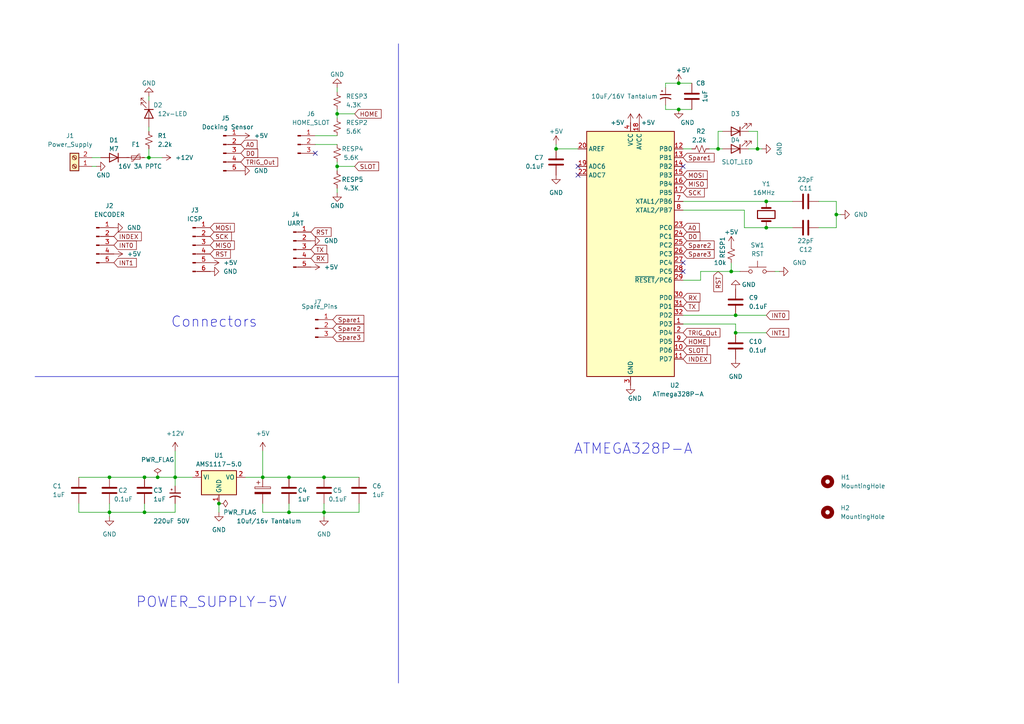
<source format=kicad_sch>
(kicad_sch (version 20230121) (generator eeschema)

  (uuid 916d90a5-dd3a-4896-bdc6-c7fdd1b8d429)

  (paper "A4")

  (lib_symbols
    (symbol "1N4007_1" (pin_numbers hide) (pin_names hide) (in_bom yes) (on_board yes)
      (property "Reference" "D" (at 0 2.54 0)
        (effects (font (size 1.27 1.27)))
      )
      (property "Value" "1N4007" (at 0 -2.54 0)
        (effects (font (size 1.27 1.27)))
      )
      (property "Footprint" "Diode_THT:D_DO-41_SOD81_P10.16mm_Horizontal" (at 0 -4.445 0)
        (effects (font (size 1.27 1.27)) hide)
      )
      (property "Datasheet" "http://www.vishay.com/docs/88503/1n4001.pdf" (at 0 0 0)
        (effects (font (size 1.27 1.27)) hide)
      )
      (property "Sim.Device" "D" (at 0 0 0)
        (effects (font (size 1.27 1.27)) hide)
      )
      (property "Sim.Pins" "1=K 2=A" (at 0 0 0)
        (effects (font (size 1.27 1.27)) hide)
      )
      (property "ki_keywords" "diode" (at 0 0 0)
        (effects (font (size 1.27 1.27)) hide)
      )
      (property "ki_description" "1000V 1A General Purpose Rectifier Diode, DO-41" (at 0 0 0)
        (effects (font (size 1.27 1.27)) hide)
      )
      (property "ki_fp_filters" "D*DO?41*" (at 0 0 0)
        (effects (font (size 1.27 1.27)) hide)
      )
      (symbol "1N4007_1_0_1"
        (polyline
          (pts
            (xy -1.27 1.27)
            (xy -1.27 -1.27)
          )
          (stroke (width 0.254) (type default))
          (fill (type none))
        )
        (polyline
          (pts
            (xy 1.27 0)
            (xy -1.27 0)
          )
          (stroke (width 0) (type default))
          (fill (type none))
        )
        (polyline
          (pts
            (xy 1.27 1.27)
            (xy 1.27 -1.27)
            (xy -1.27 0)
            (xy 1.27 1.27)
          )
          (stroke (width 0.254) (type default))
          (fill (type none))
        )
      )
      (symbol "1N4007_1_1_1"
        (pin passive line (at -3.81 0 0) (length 2.54)
          (name "K" (effects (font (size 1.27 1.27))))
          (number "1" (effects (font (size 1.27 1.27))))
        )
        (pin passive line (at 3.81 0 180) (length 2.54)
          (name "A" (effects (font (size 1.27 1.27))))
          (number "2" (effects (font (size 1.27 1.27))))
        )
      )
    )
    (symbol "Connector:Conn_01x03_Pin" (pin_names (offset 1.016) hide) (in_bom yes) (on_board yes)
      (property "Reference" "J" (at 0 5.08 0)
        (effects (font (size 1.27 1.27)))
      )
      (property "Value" "Conn_01x03_Pin" (at 0 -5.08 0)
        (effects (font (size 1.27 1.27)))
      )
      (property "Footprint" "" (at 0 0 0)
        (effects (font (size 1.27 1.27)) hide)
      )
      (property "Datasheet" "~" (at 0 0 0)
        (effects (font (size 1.27 1.27)) hide)
      )
      (property "ki_locked" "" (at 0 0 0)
        (effects (font (size 1.27 1.27)))
      )
      (property "ki_keywords" "connector" (at 0 0 0)
        (effects (font (size 1.27 1.27)) hide)
      )
      (property "ki_description" "Generic connector, single row, 01x03, script generated" (at 0 0 0)
        (effects (font (size 1.27 1.27)) hide)
      )
      (property "ki_fp_filters" "Connector*:*_1x??_*" (at 0 0 0)
        (effects (font (size 1.27 1.27)) hide)
      )
      (symbol "Conn_01x03_Pin_1_1"
        (polyline
          (pts
            (xy 1.27 -2.54)
            (xy 0.8636 -2.54)
          )
          (stroke (width 0.1524) (type default))
          (fill (type none))
        )
        (polyline
          (pts
            (xy 1.27 0)
            (xy 0.8636 0)
          )
          (stroke (width 0.1524) (type default))
          (fill (type none))
        )
        (polyline
          (pts
            (xy 1.27 2.54)
            (xy 0.8636 2.54)
          )
          (stroke (width 0.1524) (type default))
          (fill (type none))
        )
        (rectangle (start 0.8636 -2.413) (end 0 -2.667)
          (stroke (width 0.1524) (type default))
          (fill (type outline))
        )
        (rectangle (start 0.8636 0.127) (end 0 -0.127)
          (stroke (width 0.1524) (type default))
          (fill (type outline))
        )
        (rectangle (start 0.8636 2.667) (end 0 2.413)
          (stroke (width 0.1524) (type default))
          (fill (type outline))
        )
        (pin passive line (at 5.08 2.54 180) (length 3.81)
          (name "Pin_1" (effects (font (size 1.27 1.27))))
          (number "1" (effects (font (size 1.27 1.27))))
        )
        (pin passive line (at 5.08 0 180) (length 3.81)
          (name "Pin_2" (effects (font (size 1.27 1.27))))
          (number "2" (effects (font (size 1.27 1.27))))
        )
        (pin passive line (at 5.08 -2.54 180) (length 3.81)
          (name "Pin_3" (effects (font (size 1.27 1.27))))
          (number "3" (effects (font (size 1.27 1.27))))
        )
      )
    )
    (symbol "Connector:Conn_01x05_Pin" (pin_names (offset 1.016) hide) (in_bom yes) (on_board yes)
      (property "Reference" "J" (at 0 7.62 0)
        (effects (font (size 1.27 1.27)))
      )
      (property "Value" "Conn_01x05_Pin" (at 0 -7.62 0)
        (effects (font (size 1.27 1.27)))
      )
      (property "Footprint" "" (at 0 0 0)
        (effects (font (size 1.27 1.27)) hide)
      )
      (property "Datasheet" "~" (at 0 0 0)
        (effects (font (size 1.27 1.27)) hide)
      )
      (property "ki_locked" "" (at 0 0 0)
        (effects (font (size 1.27 1.27)))
      )
      (property "ki_keywords" "connector" (at 0 0 0)
        (effects (font (size 1.27 1.27)) hide)
      )
      (property "ki_description" "Generic connector, single row, 01x05, script generated" (at 0 0 0)
        (effects (font (size 1.27 1.27)) hide)
      )
      (property "ki_fp_filters" "Connector*:*_1x??_*" (at 0 0 0)
        (effects (font (size 1.27 1.27)) hide)
      )
      (symbol "Conn_01x05_Pin_1_1"
        (polyline
          (pts
            (xy 1.27 -5.08)
            (xy 0.8636 -5.08)
          )
          (stroke (width 0.1524) (type default))
          (fill (type none))
        )
        (polyline
          (pts
            (xy 1.27 -2.54)
            (xy 0.8636 -2.54)
          )
          (stroke (width 0.1524) (type default))
          (fill (type none))
        )
        (polyline
          (pts
            (xy 1.27 0)
            (xy 0.8636 0)
          )
          (stroke (width 0.1524) (type default))
          (fill (type none))
        )
        (polyline
          (pts
            (xy 1.27 2.54)
            (xy 0.8636 2.54)
          )
          (stroke (width 0.1524) (type default))
          (fill (type none))
        )
        (polyline
          (pts
            (xy 1.27 5.08)
            (xy 0.8636 5.08)
          )
          (stroke (width 0.1524) (type default))
          (fill (type none))
        )
        (rectangle (start 0.8636 -4.953) (end 0 -5.207)
          (stroke (width 0.1524) (type default))
          (fill (type outline))
        )
        (rectangle (start 0.8636 -2.413) (end 0 -2.667)
          (stroke (width 0.1524) (type default))
          (fill (type outline))
        )
        (rectangle (start 0.8636 0.127) (end 0 -0.127)
          (stroke (width 0.1524) (type default))
          (fill (type outline))
        )
        (rectangle (start 0.8636 2.667) (end 0 2.413)
          (stroke (width 0.1524) (type default))
          (fill (type outline))
        )
        (rectangle (start 0.8636 5.207) (end 0 4.953)
          (stroke (width 0.1524) (type default))
          (fill (type outline))
        )
        (pin passive line (at 5.08 5.08 180) (length 3.81)
          (name "Pin_1" (effects (font (size 1.27 1.27))))
          (number "1" (effects (font (size 1.27 1.27))))
        )
        (pin passive line (at 5.08 2.54 180) (length 3.81)
          (name "Pin_2" (effects (font (size 1.27 1.27))))
          (number "2" (effects (font (size 1.27 1.27))))
        )
        (pin passive line (at 5.08 0 180) (length 3.81)
          (name "Pin_3" (effects (font (size 1.27 1.27))))
          (number "3" (effects (font (size 1.27 1.27))))
        )
        (pin passive line (at 5.08 -2.54 180) (length 3.81)
          (name "Pin_4" (effects (font (size 1.27 1.27))))
          (number "4" (effects (font (size 1.27 1.27))))
        )
        (pin passive line (at 5.08 -5.08 180) (length 3.81)
          (name "Pin_5" (effects (font (size 1.27 1.27))))
          (number "5" (effects (font (size 1.27 1.27))))
        )
      )
    )
    (symbol "Connector:Conn_01x06_Pin" (pin_names (offset 1.016) hide) (in_bom yes) (on_board yes)
      (property "Reference" "J" (at 0 7.62 0)
        (effects (font (size 1.27 1.27)))
      )
      (property "Value" "Conn_01x06_Pin" (at 0 -10.16 0)
        (effects (font (size 1.27 1.27)))
      )
      (property "Footprint" "" (at 0 0 0)
        (effects (font (size 1.27 1.27)) hide)
      )
      (property "Datasheet" "~" (at 0 0 0)
        (effects (font (size 1.27 1.27)) hide)
      )
      (property "ki_locked" "" (at 0 0 0)
        (effects (font (size 1.27 1.27)))
      )
      (property "ki_keywords" "connector" (at 0 0 0)
        (effects (font (size 1.27 1.27)) hide)
      )
      (property "ki_description" "Generic connector, single row, 01x06, script generated" (at 0 0 0)
        (effects (font (size 1.27 1.27)) hide)
      )
      (property "ki_fp_filters" "Connector*:*_1x??_*" (at 0 0 0)
        (effects (font (size 1.27 1.27)) hide)
      )
      (symbol "Conn_01x06_Pin_1_1"
        (polyline
          (pts
            (xy 1.27 -7.62)
            (xy 0.8636 -7.62)
          )
          (stroke (width 0.1524) (type default))
          (fill (type none))
        )
        (polyline
          (pts
            (xy 1.27 -5.08)
            (xy 0.8636 -5.08)
          )
          (stroke (width 0.1524) (type default))
          (fill (type none))
        )
        (polyline
          (pts
            (xy 1.27 -2.54)
            (xy 0.8636 -2.54)
          )
          (stroke (width 0.1524) (type default))
          (fill (type none))
        )
        (polyline
          (pts
            (xy 1.27 0)
            (xy 0.8636 0)
          )
          (stroke (width 0.1524) (type default))
          (fill (type none))
        )
        (polyline
          (pts
            (xy 1.27 2.54)
            (xy 0.8636 2.54)
          )
          (stroke (width 0.1524) (type default))
          (fill (type none))
        )
        (polyline
          (pts
            (xy 1.27 5.08)
            (xy 0.8636 5.08)
          )
          (stroke (width 0.1524) (type default))
          (fill (type none))
        )
        (rectangle (start 0.8636 -7.493) (end 0 -7.747)
          (stroke (width 0.1524) (type default))
          (fill (type outline))
        )
        (rectangle (start 0.8636 -4.953) (end 0 -5.207)
          (stroke (width 0.1524) (type default))
          (fill (type outline))
        )
        (rectangle (start 0.8636 -2.413) (end 0 -2.667)
          (stroke (width 0.1524) (type default))
          (fill (type outline))
        )
        (rectangle (start 0.8636 0.127) (end 0 -0.127)
          (stroke (width 0.1524) (type default))
          (fill (type outline))
        )
        (rectangle (start 0.8636 2.667) (end 0 2.413)
          (stroke (width 0.1524) (type default))
          (fill (type outline))
        )
        (rectangle (start 0.8636 5.207) (end 0 4.953)
          (stroke (width 0.1524) (type default))
          (fill (type outline))
        )
        (pin passive line (at 5.08 5.08 180) (length 3.81)
          (name "Pin_1" (effects (font (size 1.27 1.27))))
          (number "1" (effects (font (size 1.27 1.27))))
        )
        (pin passive line (at 5.08 2.54 180) (length 3.81)
          (name "Pin_2" (effects (font (size 1.27 1.27))))
          (number "2" (effects (font (size 1.27 1.27))))
        )
        (pin passive line (at 5.08 0 180) (length 3.81)
          (name "Pin_3" (effects (font (size 1.27 1.27))))
          (number "3" (effects (font (size 1.27 1.27))))
        )
        (pin passive line (at 5.08 -2.54 180) (length 3.81)
          (name "Pin_4" (effects (font (size 1.27 1.27))))
          (number "4" (effects (font (size 1.27 1.27))))
        )
        (pin passive line (at 5.08 -5.08 180) (length 3.81)
          (name "Pin_5" (effects (font (size 1.27 1.27))))
          (number "5" (effects (font (size 1.27 1.27))))
        )
        (pin passive line (at 5.08 -7.62 180) (length 3.81)
          (name "Pin_6" (effects (font (size 1.27 1.27))))
          (number "6" (effects (font (size 1.27 1.27))))
        )
      )
    )
    (symbol "Connector:Screw_Terminal_01x02" (pin_names (offset 1.016) hide) (in_bom yes) (on_board yes)
      (property "Reference" "J" (at 0 2.54 0)
        (effects (font (size 1.27 1.27)))
      )
      (property "Value" "Screw_Terminal_01x02" (at 0 -5.08 0)
        (effects (font (size 1.27 1.27)))
      )
      (property "Footprint" "" (at 0 0 0)
        (effects (font (size 1.27 1.27)) hide)
      )
      (property "Datasheet" "~" (at 0 0 0)
        (effects (font (size 1.27 1.27)) hide)
      )
      (property "ki_keywords" "screw terminal" (at 0 0 0)
        (effects (font (size 1.27 1.27)) hide)
      )
      (property "ki_description" "Generic screw terminal, single row, 01x02, script generated (kicad-library-utils/schlib/autogen/connector/)" (at 0 0 0)
        (effects (font (size 1.27 1.27)) hide)
      )
      (property "ki_fp_filters" "TerminalBlock*:*" (at 0 0 0)
        (effects (font (size 1.27 1.27)) hide)
      )
      (symbol "Screw_Terminal_01x02_1_1"
        (rectangle (start -1.27 1.27) (end 1.27 -3.81)
          (stroke (width 0.254) (type default))
          (fill (type background))
        )
        (circle (center 0 -2.54) (radius 0.635)
          (stroke (width 0.1524) (type default))
          (fill (type none))
        )
        (polyline
          (pts
            (xy -0.5334 -2.2098)
            (xy 0.3302 -3.048)
          )
          (stroke (width 0.1524) (type default))
          (fill (type none))
        )
        (polyline
          (pts
            (xy -0.5334 0.3302)
            (xy 0.3302 -0.508)
          )
          (stroke (width 0.1524) (type default))
          (fill (type none))
        )
        (polyline
          (pts
            (xy -0.3556 -2.032)
            (xy 0.508 -2.8702)
          )
          (stroke (width 0.1524) (type default))
          (fill (type none))
        )
        (polyline
          (pts
            (xy -0.3556 0.508)
            (xy 0.508 -0.3302)
          )
          (stroke (width 0.1524) (type default))
          (fill (type none))
        )
        (circle (center 0 0) (radius 0.635)
          (stroke (width 0.1524) (type default))
          (fill (type none))
        )
        (pin passive line (at -5.08 0 0) (length 3.81)
          (name "Pin_1" (effects (font (size 1.27 1.27))))
          (number "1" (effects (font (size 1.27 1.27))))
        )
        (pin passive line (at -5.08 -2.54 0) (length 3.81)
          (name "Pin_2" (effects (font (size 1.27 1.27))))
          (number "2" (effects (font (size 1.27 1.27))))
        )
      )
    )
    (symbol "Device:C" (pin_numbers hide) (pin_names (offset 0.254)) (in_bom yes) (on_board yes)
      (property "Reference" "C" (at 0.635 2.54 0)
        (effects (font (size 1.27 1.27)) (justify left))
      )
      (property "Value" "C" (at 0.635 -2.54 0)
        (effects (font (size 1.27 1.27)) (justify left))
      )
      (property "Footprint" "" (at 0.9652 -3.81 0)
        (effects (font (size 1.27 1.27)) hide)
      )
      (property "Datasheet" "~" (at 0 0 0)
        (effects (font (size 1.27 1.27)) hide)
      )
      (property "ki_keywords" "cap capacitor" (at 0 0 0)
        (effects (font (size 1.27 1.27)) hide)
      )
      (property "ki_description" "Unpolarized capacitor" (at 0 0 0)
        (effects (font (size 1.27 1.27)) hide)
      )
      (property "ki_fp_filters" "C_*" (at 0 0 0)
        (effects (font (size 1.27 1.27)) hide)
      )
      (symbol "C_0_1"
        (polyline
          (pts
            (xy -2.032 -0.762)
            (xy 2.032 -0.762)
          )
          (stroke (width 0.508) (type default))
          (fill (type none))
        )
        (polyline
          (pts
            (xy -2.032 0.762)
            (xy 2.032 0.762)
          )
          (stroke (width 0.508) (type default))
          (fill (type none))
        )
      )
      (symbol "C_1_1"
        (pin passive line (at 0 3.81 270) (length 2.794)
          (name "~" (effects (font (size 1.27 1.27))))
          (number "1" (effects (font (size 1.27 1.27))))
        )
        (pin passive line (at 0 -3.81 90) (length 2.794)
          (name "~" (effects (font (size 1.27 1.27))))
          (number "2" (effects (font (size 1.27 1.27))))
        )
      )
    )
    (symbol "Device:C_Polarized" (pin_numbers hide) (pin_names (offset 0.254)) (in_bom yes) (on_board yes)
      (property "Reference" "C" (at 0.635 2.54 0)
        (effects (font (size 1.27 1.27)) (justify left))
      )
      (property "Value" "C_Polarized" (at 0.635 -2.54 0)
        (effects (font (size 1.27 1.27)) (justify left))
      )
      (property "Footprint" "" (at 0.9652 -3.81 0)
        (effects (font (size 1.27 1.27)) hide)
      )
      (property "Datasheet" "~" (at 0 0 0)
        (effects (font (size 1.27 1.27)) hide)
      )
      (property "ki_keywords" "cap capacitor" (at 0 0 0)
        (effects (font (size 1.27 1.27)) hide)
      )
      (property "ki_description" "Polarized capacitor" (at 0 0 0)
        (effects (font (size 1.27 1.27)) hide)
      )
      (property "ki_fp_filters" "CP_*" (at 0 0 0)
        (effects (font (size 1.27 1.27)) hide)
      )
      (symbol "C_Polarized_0_1"
        (rectangle (start -2.286 0.508) (end 2.286 1.016)
          (stroke (width 0) (type default))
          (fill (type none))
        )
        (polyline
          (pts
            (xy -1.778 2.286)
            (xy -0.762 2.286)
          )
          (stroke (width 0) (type default))
          (fill (type none))
        )
        (polyline
          (pts
            (xy -1.27 2.794)
            (xy -1.27 1.778)
          )
          (stroke (width 0) (type default))
          (fill (type none))
        )
        (rectangle (start 2.286 -0.508) (end -2.286 -1.016)
          (stroke (width 0) (type default))
          (fill (type outline))
        )
      )
      (symbol "C_Polarized_1_1"
        (pin passive line (at 0 3.81 270) (length 2.794)
          (name "~" (effects (font (size 1.27 1.27))))
          (number "1" (effects (font (size 1.27 1.27))))
        )
        (pin passive line (at 0 -3.81 90) (length 2.794)
          (name "~" (effects (font (size 1.27 1.27))))
          (number "2" (effects (font (size 1.27 1.27))))
        )
      )
    )
    (symbol "Device:C_Polarized_Small_US" (pin_numbers hide) (pin_names (offset 0.254) hide) (in_bom yes) (on_board yes)
      (property "Reference" "C" (at 0.254 1.778 0)
        (effects (font (size 1.27 1.27)) (justify left))
      )
      (property "Value" "C_Polarized_Small_US" (at 0.254 -2.032 0)
        (effects (font (size 1.27 1.27)) (justify left))
      )
      (property "Footprint" "" (at 0 0 0)
        (effects (font (size 1.27 1.27)) hide)
      )
      (property "Datasheet" "~" (at 0 0 0)
        (effects (font (size 1.27 1.27)) hide)
      )
      (property "ki_keywords" "cap capacitor" (at 0 0 0)
        (effects (font (size 1.27 1.27)) hide)
      )
      (property "ki_description" "Polarized capacitor, small US symbol" (at 0 0 0)
        (effects (font (size 1.27 1.27)) hide)
      )
      (property "ki_fp_filters" "CP_*" (at 0 0 0)
        (effects (font (size 1.27 1.27)) hide)
      )
      (symbol "C_Polarized_Small_US_0_1"
        (polyline
          (pts
            (xy -1.524 0.508)
            (xy 1.524 0.508)
          )
          (stroke (width 0.3048) (type default))
          (fill (type none))
        )
        (polyline
          (pts
            (xy -1.27 1.524)
            (xy -0.762 1.524)
          )
          (stroke (width 0) (type default))
          (fill (type none))
        )
        (polyline
          (pts
            (xy -1.016 1.27)
            (xy -1.016 1.778)
          )
          (stroke (width 0) (type default))
          (fill (type none))
        )
        (arc (start 1.524 -0.762) (mid 0 -0.3734) (end -1.524 -0.762)
          (stroke (width 0.3048) (type default))
          (fill (type none))
        )
      )
      (symbol "C_Polarized_Small_US_1_1"
        (pin passive line (at 0 2.54 270) (length 2.032)
          (name "~" (effects (font (size 1.27 1.27))))
          (number "1" (effects (font (size 1.27 1.27))))
        )
        (pin passive line (at 0 -2.54 90) (length 2.032)
          (name "~" (effects (font (size 1.27 1.27))))
          (number "2" (effects (font (size 1.27 1.27))))
        )
      )
    )
    (symbol "Device:Crystal" (pin_numbers hide) (pin_names (offset 1.016) hide) (in_bom yes) (on_board yes)
      (property "Reference" "Y" (at 0 3.81 0)
        (effects (font (size 1.27 1.27)))
      )
      (property "Value" "Crystal" (at 0 -3.81 0)
        (effects (font (size 1.27 1.27)))
      )
      (property "Footprint" "" (at 0 0 0)
        (effects (font (size 1.27 1.27)) hide)
      )
      (property "Datasheet" "~" (at 0 0 0)
        (effects (font (size 1.27 1.27)) hide)
      )
      (property "ki_keywords" "quartz ceramic resonator oscillator" (at 0 0 0)
        (effects (font (size 1.27 1.27)) hide)
      )
      (property "ki_description" "Two pin crystal" (at 0 0 0)
        (effects (font (size 1.27 1.27)) hide)
      )
      (property "ki_fp_filters" "Crystal*" (at 0 0 0)
        (effects (font (size 1.27 1.27)) hide)
      )
      (symbol "Crystal_0_1"
        (rectangle (start -1.143 2.54) (end 1.143 -2.54)
          (stroke (width 0.3048) (type default))
          (fill (type none))
        )
        (polyline
          (pts
            (xy -2.54 0)
            (xy -1.905 0)
          )
          (stroke (width 0) (type default))
          (fill (type none))
        )
        (polyline
          (pts
            (xy -1.905 -1.27)
            (xy -1.905 1.27)
          )
          (stroke (width 0.508) (type default))
          (fill (type none))
        )
        (polyline
          (pts
            (xy 1.905 -1.27)
            (xy 1.905 1.27)
          )
          (stroke (width 0.508) (type default))
          (fill (type none))
        )
        (polyline
          (pts
            (xy 2.54 0)
            (xy 1.905 0)
          )
          (stroke (width 0) (type default))
          (fill (type none))
        )
      )
      (symbol "Crystal_1_1"
        (pin passive line (at -3.81 0 0) (length 1.27)
          (name "1" (effects (font (size 1.27 1.27))))
          (number "1" (effects (font (size 1.27 1.27))))
        )
        (pin passive line (at 3.81 0 180) (length 1.27)
          (name "2" (effects (font (size 1.27 1.27))))
          (number "2" (effects (font (size 1.27 1.27))))
        )
      )
    )
    (symbol "Device:LED" (pin_numbers hide) (pin_names (offset 1.016) hide) (in_bom yes) (on_board yes)
      (property "Reference" "D" (at 0 2.54 0)
        (effects (font (size 1.27 1.27)))
      )
      (property "Value" "LED" (at 0 -2.54 0)
        (effects (font (size 1.27 1.27)))
      )
      (property "Footprint" "" (at 0 0 0)
        (effects (font (size 1.27 1.27)) hide)
      )
      (property "Datasheet" "~" (at 0 0 0)
        (effects (font (size 1.27 1.27)) hide)
      )
      (property "ki_keywords" "LED diode" (at 0 0 0)
        (effects (font (size 1.27 1.27)) hide)
      )
      (property "ki_description" "Light emitting diode" (at 0 0 0)
        (effects (font (size 1.27 1.27)) hide)
      )
      (property "ki_fp_filters" "LED* LED_SMD:* LED_THT:*" (at 0 0 0)
        (effects (font (size 1.27 1.27)) hide)
      )
      (symbol "LED_0_1"
        (polyline
          (pts
            (xy -1.27 -1.27)
            (xy -1.27 1.27)
          )
          (stroke (width 0.254) (type default))
          (fill (type none))
        )
        (polyline
          (pts
            (xy -1.27 0)
            (xy 1.27 0)
          )
          (stroke (width 0) (type default))
          (fill (type none))
        )
        (polyline
          (pts
            (xy 1.27 -1.27)
            (xy 1.27 1.27)
            (xy -1.27 0)
            (xy 1.27 -1.27)
          )
          (stroke (width 0.254) (type default))
          (fill (type none))
        )
        (polyline
          (pts
            (xy -3.048 -0.762)
            (xy -4.572 -2.286)
            (xy -3.81 -2.286)
            (xy -4.572 -2.286)
            (xy -4.572 -1.524)
          )
          (stroke (width 0) (type default))
          (fill (type none))
        )
        (polyline
          (pts
            (xy -1.778 -0.762)
            (xy -3.302 -2.286)
            (xy -2.54 -2.286)
            (xy -3.302 -2.286)
            (xy -3.302 -1.524)
          )
          (stroke (width 0) (type default))
          (fill (type none))
        )
      )
      (symbol "LED_1_1"
        (pin passive line (at -3.81 0 0) (length 2.54)
          (name "K" (effects (font (size 1.27 1.27))))
          (number "1" (effects (font (size 1.27 1.27))))
        )
        (pin passive line (at 3.81 0 180) (length 2.54)
          (name "A" (effects (font (size 1.27 1.27))))
          (number "2" (effects (font (size 1.27 1.27))))
        )
      )
    )
    (symbol "Device:Polyfuse_Small" (pin_numbers hide) (pin_names (offset 0)) (in_bom yes) (on_board yes)
      (property "Reference" "F" (at -1.905 0 90)
        (effects (font (size 1.27 1.27)))
      )
      (property "Value" "Polyfuse_Small" (at 1.905 0 90)
        (effects (font (size 1.27 1.27)))
      )
      (property "Footprint" "" (at 1.27 -5.08 0)
        (effects (font (size 1.27 1.27)) (justify left) hide)
      )
      (property "Datasheet" "~" (at 0 0 0)
        (effects (font (size 1.27 1.27)) hide)
      )
      (property "ki_keywords" "resettable fuse PTC PPTC polyfuse polyswitch" (at 0 0 0)
        (effects (font (size 1.27 1.27)) hide)
      )
      (property "ki_description" "Resettable fuse, polymeric positive temperature coefficient, small symbol" (at 0 0 0)
        (effects (font (size 1.27 1.27)) hide)
      )
      (property "ki_fp_filters" "*polyfuse* *PTC*" (at 0 0 0)
        (effects (font (size 1.27 1.27)) hide)
      )
      (symbol "Polyfuse_Small_0_1"
        (rectangle (start -0.508 1.27) (end 0.508 -1.27)
          (stroke (width 0) (type default))
          (fill (type none))
        )
        (polyline
          (pts
            (xy 0 2.54)
            (xy 0 -2.54)
          )
          (stroke (width 0) (type default))
          (fill (type none))
        )
        (polyline
          (pts
            (xy -1.016 1.27)
            (xy -1.016 0.762)
            (xy 1.016 -0.762)
            (xy 1.016 -1.27)
          )
          (stroke (width 0) (type default))
          (fill (type none))
        )
      )
      (symbol "Polyfuse_Small_1_1"
        (pin passive line (at 0 2.54 270) (length 0.635)
          (name "~" (effects (font (size 1.27 1.27))))
          (number "1" (effects (font (size 1.27 1.27))))
        )
        (pin passive line (at 0 -2.54 90) (length 0.635)
          (name "~" (effects (font (size 1.27 1.27))))
          (number "2" (effects (font (size 1.27 1.27))))
        )
      )
    )
    (symbol "Device:R_Small_US" (pin_numbers hide) (pin_names (offset 0.254) hide) (in_bom yes) (on_board yes)
      (property "Reference" "R" (at 0.762 0.508 0)
        (effects (font (size 1.27 1.27)) (justify left))
      )
      (property "Value" "R_Small_US" (at 0.762 -1.016 0)
        (effects (font (size 1.27 1.27)) (justify left))
      )
      (property "Footprint" "" (at 0 0 0)
        (effects (font (size 1.27 1.27)) hide)
      )
      (property "Datasheet" "~" (at 0 0 0)
        (effects (font (size 1.27 1.27)) hide)
      )
      (property "ki_keywords" "r resistor" (at 0 0 0)
        (effects (font (size 1.27 1.27)) hide)
      )
      (property "ki_description" "Resistor, small US symbol" (at 0 0 0)
        (effects (font (size 1.27 1.27)) hide)
      )
      (property "ki_fp_filters" "R_*" (at 0 0 0)
        (effects (font (size 1.27 1.27)) hide)
      )
      (symbol "R_Small_US_1_1"
        (polyline
          (pts
            (xy 0 0)
            (xy 1.016 -0.381)
            (xy 0 -0.762)
            (xy -1.016 -1.143)
            (xy 0 -1.524)
          )
          (stroke (width 0) (type default))
          (fill (type none))
        )
        (polyline
          (pts
            (xy 0 1.524)
            (xy 1.016 1.143)
            (xy 0 0.762)
            (xy -1.016 0.381)
            (xy 0 0)
          )
          (stroke (width 0) (type default))
          (fill (type none))
        )
        (pin passive line (at 0 2.54 270) (length 1.016)
          (name "~" (effects (font (size 1.27 1.27))))
          (number "1" (effects (font (size 1.27 1.27))))
        )
        (pin passive line (at 0 -2.54 90) (length 1.016)
          (name "~" (effects (font (size 1.27 1.27))))
          (number "2" (effects (font (size 1.27 1.27))))
        )
      )
    )
    (symbol "MCU_Microchip_ATmega:ATmega328P-A" (in_bom yes) (on_board yes)
      (property "Reference" "U" (at -12.7 36.83 0)
        (effects (font (size 1.27 1.27)) (justify left bottom))
      )
      (property "Value" "ATmega328P-A" (at 2.54 -36.83 0)
        (effects (font (size 1.27 1.27)) (justify left top))
      )
      (property "Footprint" "Package_QFP:TQFP-32_7x7mm_P0.8mm" (at 0 0 0)
        (effects (font (size 1.27 1.27) italic) hide)
      )
      (property "Datasheet" "http://ww1.microchip.com/downloads/en/DeviceDoc/ATmega328_P%20AVR%20MCU%20with%20picoPower%20Technology%20Data%20Sheet%2040001984A.pdf" (at 0 0 0)
        (effects (font (size 1.27 1.27)) hide)
      )
      (property "ki_keywords" "AVR 8bit Microcontroller MegaAVR PicoPower" (at 0 0 0)
        (effects (font (size 1.27 1.27)) hide)
      )
      (property "ki_description" "20MHz, 32kB Flash, 2kB SRAM, 1kB EEPROM, TQFP-32" (at 0 0 0)
        (effects (font (size 1.27 1.27)) hide)
      )
      (property "ki_fp_filters" "TQFP*7x7mm*P0.8mm*" (at 0 0 0)
        (effects (font (size 1.27 1.27)) hide)
      )
      (symbol "ATmega328P-A_0_1"
        (rectangle (start -12.7 -35.56) (end 12.7 35.56)
          (stroke (width 0.254) (type default))
          (fill (type background))
        )
      )
      (symbol "ATmega328P-A_1_1"
        (pin bidirectional line (at 15.24 -20.32 180) (length 2.54)
          (name "PD3" (effects (font (size 1.27 1.27))))
          (number "1" (effects (font (size 1.27 1.27))))
        )
        (pin bidirectional line (at 15.24 -27.94 180) (length 2.54)
          (name "PD6" (effects (font (size 1.27 1.27))))
          (number "10" (effects (font (size 1.27 1.27))))
        )
        (pin bidirectional line (at 15.24 -30.48 180) (length 2.54)
          (name "PD7" (effects (font (size 1.27 1.27))))
          (number "11" (effects (font (size 1.27 1.27))))
        )
        (pin bidirectional line (at 15.24 30.48 180) (length 2.54)
          (name "PB0" (effects (font (size 1.27 1.27))))
          (number "12" (effects (font (size 1.27 1.27))))
        )
        (pin bidirectional line (at 15.24 27.94 180) (length 2.54)
          (name "PB1" (effects (font (size 1.27 1.27))))
          (number "13" (effects (font (size 1.27 1.27))))
        )
        (pin bidirectional line (at 15.24 25.4 180) (length 2.54)
          (name "PB2" (effects (font (size 1.27 1.27))))
          (number "14" (effects (font (size 1.27 1.27))))
        )
        (pin bidirectional line (at 15.24 22.86 180) (length 2.54)
          (name "PB3" (effects (font (size 1.27 1.27))))
          (number "15" (effects (font (size 1.27 1.27))))
        )
        (pin bidirectional line (at 15.24 20.32 180) (length 2.54)
          (name "PB4" (effects (font (size 1.27 1.27))))
          (number "16" (effects (font (size 1.27 1.27))))
        )
        (pin bidirectional line (at 15.24 17.78 180) (length 2.54)
          (name "PB5" (effects (font (size 1.27 1.27))))
          (number "17" (effects (font (size 1.27 1.27))))
        )
        (pin power_in line (at 2.54 38.1 270) (length 2.54)
          (name "AVCC" (effects (font (size 1.27 1.27))))
          (number "18" (effects (font (size 1.27 1.27))))
        )
        (pin input line (at -15.24 25.4 0) (length 2.54)
          (name "ADC6" (effects (font (size 1.27 1.27))))
          (number "19" (effects (font (size 1.27 1.27))))
        )
        (pin bidirectional line (at 15.24 -22.86 180) (length 2.54)
          (name "PD4" (effects (font (size 1.27 1.27))))
          (number "2" (effects (font (size 1.27 1.27))))
        )
        (pin passive line (at -15.24 30.48 0) (length 2.54)
          (name "AREF" (effects (font (size 1.27 1.27))))
          (number "20" (effects (font (size 1.27 1.27))))
        )
        (pin passive line (at 0 -38.1 90) (length 2.54) hide
          (name "GND" (effects (font (size 1.27 1.27))))
          (number "21" (effects (font (size 1.27 1.27))))
        )
        (pin input line (at -15.24 22.86 0) (length 2.54)
          (name "ADC7" (effects (font (size 1.27 1.27))))
          (number "22" (effects (font (size 1.27 1.27))))
        )
        (pin bidirectional line (at 15.24 7.62 180) (length 2.54)
          (name "PC0" (effects (font (size 1.27 1.27))))
          (number "23" (effects (font (size 1.27 1.27))))
        )
        (pin bidirectional line (at 15.24 5.08 180) (length 2.54)
          (name "PC1" (effects (font (size 1.27 1.27))))
          (number "24" (effects (font (size 1.27 1.27))))
        )
        (pin bidirectional line (at 15.24 2.54 180) (length 2.54)
          (name "PC2" (effects (font (size 1.27 1.27))))
          (number "25" (effects (font (size 1.27 1.27))))
        )
        (pin bidirectional line (at 15.24 0 180) (length 2.54)
          (name "PC3" (effects (font (size 1.27 1.27))))
          (number "26" (effects (font (size 1.27 1.27))))
        )
        (pin bidirectional line (at 15.24 -2.54 180) (length 2.54)
          (name "PC4" (effects (font (size 1.27 1.27))))
          (number "27" (effects (font (size 1.27 1.27))))
        )
        (pin bidirectional line (at 15.24 -5.08 180) (length 2.54)
          (name "PC5" (effects (font (size 1.27 1.27))))
          (number "28" (effects (font (size 1.27 1.27))))
        )
        (pin bidirectional line (at 15.24 -7.62 180) (length 2.54)
          (name "~{RESET}/PC6" (effects (font (size 1.27 1.27))))
          (number "29" (effects (font (size 1.27 1.27))))
        )
        (pin power_in line (at 0 -38.1 90) (length 2.54)
          (name "GND" (effects (font (size 1.27 1.27))))
          (number "3" (effects (font (size 1.27 1.27))))
        )
        (pin bidirectional line (at 15.24 -12.7 180) (length 2.54)
          (name "PD0" (effects (font (size 1.27 1.27))))
          (number "30" (effects (font (size 1.27 1.27))))
        )
        (pin bidirectional line (at 15.24 -15.24 180) (length 2.54)
          (name "PD1" (effects (font (size 1.27 1.27))))
          (number "31" (effects (font (size 1.27 1.27))))
        )
        (pin bidirectional line (at 15.24 -17.78 180) (length 2.54)
          (name "PD2" (effects (font (size 1.27 1.27))))
          (number "32" (effects (font (size 1.27 1.27))))
        )
        (pin power_in line (at 0 38.1 270) (length 2.54)
          (name "VCC" (effects (font (size 1.27 1.27))))
          (number "4" (effects (font (size 1.27 1.27))))
        )
        (pin passive line (at 0 -38.1 90) (length 2.54) hide
          (name "GND" (effects (font (size 1.27 1.27))))
          (number "5" (effects (font (size 1.27 1.27))))
        )
        (pin passive line (at 0 38.1 270) (length 2.54) hide
          (name "VCC" (effects (font (size 1.27 1.27))))
          (number "6" (effects (font (size 1.27 1.27))))
        )
        (pin bidirectional line (at 15.24 15.24 180) (length 2.54)
          (name "XTAL1/PB6" (effects (font (size 1.27 1.27))))
          (number "7" (effects (font (size 1.27 1.27))))
        )
        (pin bidirectional line (at 15.24 12.7 180) (length 2.54)
          (name "XTAL2/PB7" (effects (font (size 1.27 1.27))))
          (number "8" (effects (font (size 1.27 1.27))))
        )
        (pin bidirectional line (at 15.24 -25.4 180) (length 2.54)
          (name "PD5" (effects (font (size 1.27 1.27))))
          (number "9" (effects (font (size 1.27 1.27))))
        )
      )
    )
    (symbol "Mechanical:MountingHole" (pin_names (offset 1.016)) (in_bom yes) (on_board yes)
      (property "Reference" "H" (at 0 5.08 0)
        (effects (font (size 1.27 1.27)))
      )
      (property "Value" "MountingHole" (at 0 3.175 0)
        (effects (font (size 1.27 1.27)))
      )
      (property "Footprint" "" (at 0 0 0)
        (effects (font (size 1.27 1.27)) hide)
      )
      (property "Datasheet" "~" (at 0 0 0)
        (effects (font (size 1.27 1.27)) hide)
      )
      (property "ki_keywords" "mounting hole" (at 0 0 0)
        (effects (font (size 1.27 1.27)) hide)
      )
      (property "ki_description" "Mounting Hole without connection" (at 0 0 0)
        (effects (font (size 1.27 1.27)) hide)
      )
      (property "ki_fp_filters" "MountingHole*" (at 0 0 0)
        (effects (font (size 1.27 1.27)) hide)
      )
      (symbol "MountingHole_0_1"
        (circle (center 0 0) (radius 1.27)
          (stroke (width 1.27) (type default))
          (fill (type none))
        )
      )
    )
    (symbol "Regulator_Linear:AMS1117-5.0" (in_bom yes) (on_board yes)
      (property "Reference" "U" (at -3.81 3.175 0)
        (effects (font (size 1.27 1.27)))
      )
      (property "Value" "AMS1117-5.0" (at 0 3.175 0)
        (effects (font (size 1.27 1.27)) (justify left))
      )
      (property "Footprint" "Package_TO_SOT_SMD:SOT-223-3_TabPin2" (at 0 5.08 0)
        (effects (font (size 1.27 1.27)) hide)
      )
      (property "Datasheet" "http://www.advanced-monolithic.com/pdf/ds1117.pdf" (at 2.54 -6.35 0)
        (effects (font (size 1.27 1.27)) hide)
      )
      (property "ki_keywords" "linear regulator ldo fixed positive" (at 0 0 0)
        (effects (font (size 1.27 1.27)) hide)
      )
      (property "ki_description" "1A Low Dropout regulator, positive, 5.0V fixed output, SOT-223" (at 0 0 0)
        (effects (font (size 1.27 1.27)) hide)
      )
      (property "ki_fp_filters" "SOT?223*TabPin2*" (at 0 0 0)
        (effects (font (size 1.27 1.27)) hide)
      )
      (symbol "AMS1117-5.0_0_1"
        (rectangle (start -5.08 -5.08) (end 5.08 1.905)
          (stroke (width 0.254) (type default))
          (fill (type background))
        )
      )
      (symbol "AMS1117-5.0_1_1"
        (pin power_in line (at 0 -7.62 90) (length 2.54)
          (name "GND" (effects (font (size 1.27 1.27))))
          (number "1" (effects (font (size 1.27 1.27))))
        )
        (pin power_out line (at 7.62 0 180) (length 2.54)
          (name "VO" (effects (font (size 1.27 1.27))))
          (number "2" (effects (font (size 1.27 1.27))))
        )
        (pin power_in line (at -7.62 0 0) (length 2.54)
          (name "VI" (effects (font (size 1.27 1.27))))
          (number "3" (effects (font (size 1.27 1.27))))
        )
      )
    )
    (symbol "Switch:SW_Push" (pin_numbers hide) (pin_names (offset 1.016) hide) (in_bom yes) (on_board yes)
      (property "Reference" "SW" (at 1.27 2.54 0)
        (effects (font (size 1.27 1.27)) (justify left))
      )
      (property "Value" "SW_Push" (at 0 -1.524 0)
        (effects (font (size 1.27 1.27)))
      )
      (property "Footprint" "" (at 0 5.08 0)
        (effects (font (size 1.27 1.27)) hide)
      )
      (property "Datasheet" "~" (at 0 5.08 0)
        (effects (font (size 1.27 1.27)) hide)
      )
      (property "ki_keywords" "switch normally-open pushbutton push-button" (at 0 0 0)
        (effects (font (size 1.27 1.27)) hide)
      )
      (property "ki_description" "Push button switch, generic, two pins" (at 0 0 0)
        (effects (font (size 1.27 1.27)) hide)
      )
      (symbol "SW_Push_0_1"
        (circle (center -2.032 0) (radius 0.508)
          (stroke (width 0) (type default))
          (fill (type none))
        )
        (polyline
          (pts
            (xy 0 1.27)
            (xy 0 3.048)
          )
          (stroke (width 0) (type default))
          (fill (type none))
        )
        (polyline
          (pts
            (xy 2.54 1.27)
            (xy -2.54 1.27)
          )
          (stroke (width 0) (type default))
          (fill (type none))
        )
        (circle (center 2.032 0) (radius 0.508)
          (stroke (width 0) (type default))
          (fill (type none))
        )
        (pin passive line (at -5.08 0 0) (length 2.54)
          (name "1" (effects (font (size 1.27 1.27))))
          (number "1" (effects (font (size 1.27 1.27))))
        )
        (pin passive line (at 5.08 0 180) (length 2.54)
          (name "2" (effects (font (size 1.27 1.27))))
          (number "2" (effects (font (size 1.27 1.27))))
        )
      )
    )
    (symbol "power:+12V" (power) (pin_names (offset 0)) (in_bom yes) (on_board yes)
      (property "Reference" "#PWR" (at 0 -3.81 0)
        (effects (font (size 1.27 1.27)) hide)
      )
      (property "Value" "+12V" (at 0 3.556 0)
        (effects (font (size 1.27 1.27)))
      )
      (property "Footprint" "" (at 0 0 0)
        (effects (font (size 1.27 1.27)) hide)
      )
      (property "Datasheet" "" (at 0 0 0)
        (effects (font (size 1.27 1.27)) hide)
      )
      (property "ki_keywords" "global power" (at 0 0 0)
        (effects (font (size 1.27 1.27)) hide)
      )
      (property "ki_description" "Power symbol creates a global label with name \"+12V\"" (at 0 0 0)
        (effects (font (size 1.27 1.27)) hide)
      )
      (symbol "+12V_0_1"
        (polyline
          (pts
            (xy -0.762 1.27)
            (xy 0 2.54)
          )
          (stroke (width 0) (type default))
          (fill (type none))
        )
        (polyline
          (pts
            (xy 0 0)
            (xy 0 2.54)
          )
          (stroke (width 0) (type default))
          (fill (type none))
        )
        (polyline
          (pts
            (xy 0 2.54)
            (xy 0.762 1.27)
          )
          (stroke (width 0) (type default))
          (fill (type none))
        )
      )
      (symbol "+12V_1_1"
        (pin power_in line (at 0 0 90) (length 0) hide
          (name "+12V" (effects (font (size 1.27 1.27))))
          (number "1" (effects (font (size 1.27 1.27))))
        )
      )
    )
    (symbol "power:+5V" (power) (pin_names (offset 0)) (in_bom yes) (on_board yes)
      (property "Reference" "#PWR" (at 0 -3.81 0)
        (effects (font (size 1.27 1.27)) hide)
      )
      (property "Value" "+5V" (at 0 3.556 0)
        (effects (font (size 1.27 1.27)))
      )
      (property "Footprint" "" (at 0 0 0)
        (effects (font (size 1.27 1.27)) hide)
      )
      (property "Datasheet" "" (at 0 0 0)
        (effects (font (size 1.27 1.27)) hide)
      )
      (property "ki_keywords" "global power" (at 0 0 0)
        (effects (font (size 1.27 1.27)) hide)
      )
      (property "ki_description" "Power symbol creates a global label with name \"+5V\"" (at 0 0 0)
        (effects (font (size 1.27 1.27)) hide)
      )
      (symbol "+5V_0_1"
        (polyline
          (pts
            (xy -0.762 1.27)
            (xy 0 2.54)
          )
          (stroke (width 0) (type default))
          (fill (type none))
        )
        (polyline
          (pts
            (xy 0 0)
            (xy 0 2.54)
          )
          (stroke (width 0) (type default))
          (fill (type none))
        )
        (polyline
          (pts
            (xy 0 2.54)
            (xy 0.762 1.27)
          )
          (stroke (width 0) (type default))
          (fill (type none))
        )
      )
      (symbol "+5V_1_1"
        (pin power_in line (at 0 0 90) (length 0) hide
          (name "+5V" (effects (font (size 1.27 1.27))))
          (number "1" (effects (font (size 1.27 1.27))))
        )
      )
    )
    (symbol "power:GND" (power) (pin_names (offset 0)) (in_bom yes) (on_board yes)
      (property "Reference" "#PWR" (at 0 -6.35 0)
        (effects (font (size 1.27 1.27)) hide)
      )
      (property "Value" "GND" (at 0 -3.81 0)
        (effects (font (size 1.27 1.27)))
      )
      (property "Footprint" "" (at 0 0 0)
        (effects (font (size 1.27 1.27)) hide)
      )
      (property "Datasheet" "" (at 0 0 0)
        (effects (font (size 1.27 1.27)) hide)
      )
      (property "ki_keywords" "global power" (at 0 0 0)
        (effects (font (size 1.27 1.27)) hide)
      )
      (property "ki_description" "Power symbol creates a global label with name \"GND\" , ground" (at 0 0 0)
        (effects (font (size 1.27 1.27)) hide)
      )
      (symbol "GND_0_1"
        (polyline
          (pts
            (xy 0 0)
            (xy 0 -1.27)
            (xy 1.27 -1.27)
            (xy 0 -2.54)
            (xy -1.27 -1.27)
            (xy 0 -1.27)
          )
          (stroke (width 0) (type default))
          (fill (type none))
        )
      )
      (symbol "GND_1_1"
        (pin power_in line (at 0 0 270) (length 0) hide
          (name "GND" (effects (font (size 1.27 1.27))))
          (number "1" (effects (font (size 1.27 1.27))))
        )
      )
    )
    (symbol "power:PWR_FLAG" (power) (pin_numbers hide) (pin_names (offset 0) hide) (in_bom yes) (on_board yes)
      (property "Reference" "#FLG" (at 0 1.905 0)
        (effects (font (size 1.27 1.27)) hide)
      )
      (property "Value" "PWR_FLAG" (at 0 3.81 0)
        (effects (font (size 1.27 1.27)))
      )
      (property "Footprint" "" (at 0 0 0)
        (effects (font (size 1.27 1.27)) hide)
      )
      (property "Datasheet" "~" (at 0 0 0)
        (effects (font (size 1.27 1.27)) hide)
      )
      (property "ki_keywords" "flag power" (at 0 0 0)
        (effects (font (size 1.27 1.27)) hide)
      )
      (property "ki_description" "Special symbol for telling ERC where power comes from" (at 0 0 0)
        (effects (font (size 1.27 1.27)) hide)
      )
      (symbol "PWR_FLAG_0_0"
        (pin power_out line (at 0 0 90) (length 0)
          (name "pwr" (effects (font (size 1.27 1.27))))
          (number "1" (effects (font (size 1.27 1.27))))
        )
      )
      (symbol "PWR_FLAG_0_1"
        (polyline
          (pts
            (xy 0 0)
            (xy 0 1.27)
            (xy -1.016 1.905)
            (xy 0 2.54)
            (xy 1.016 1.905)
            (xy 0 1.27)
          )
          (stroke (width 0) (type default))
          (fill (type none))
        )
      )
    )
  )

  (junction (at 93.98 148.59) (diameter 0) (color 0 0 0 0)
    (uuid 105c366f-8780-40c0-b8f1-d178a3c2fe83)
  )
  (junction (at 242.57 62.23) (diameter 0) (color 0 0 0 0)
    (uuid 145dc00c-7a3b-4ef5-bbb9-8fc3e53ffa1f)
  )
  (junction (at 213.36 91.44) (diameter 0) (color 0 0 0 0)
    (uuid 15d90f39-052c-43b1-a45d-30322a5afbed)
  )
  (junction (at 45.72 138.43) (diameter 0) (color 0 0 0 0)
    (uuid 1e2168f2-4e8c-4741-a531-4d3def6907b2)
  )
  (junction (at 83.82 148.59) (diameter 0) (color 0 0 0 0)
    (uuid 33403907-6c57-456c-9224-9e9c8671629c)
  )
  (junction (at 196.85 24.13) (diameter 0) (color 0 0 0 0)
    (uuid 3532f207-20ce-454d-b867-cca82b6f3d7b)
  )
  (junction (at 213.36 96.52) (diameter 0) (color 0 0 0 0)
    (uuid 3d717f40-0ff7-4fef-ba75-7cd58e255a12)
  )
  (junction (at 222.25 66.04) (diameter 0) (color 0 0 0 0)
    (uuid 433c7e66-bebb-451d-864d-5e0204274b67)
  )
  (junction (at 212.09 78.74) (diameter 0) (color 0 0 0 0)
    (uuid 44b893dc-ab09-412d-96b9-6b55743af16b)
  )
  (junction (at 41.91 138.43) (diameter 0) (color 0 0 0 0)
    (uuid 5463a1ac-8cd6-43ef-a50e-912481ae3db6)
  )
  (junction (at 97.79 33.02) (diameter 0) (color 0 0 0 0)
    (uuid 5495a4da-1323-4e02-a10a-6e4b66a04db2)
  )
  (junction (at 219.71 43.18) (diameter 0) (color 0 0 0 0)
    (uuid 5b3f694f-2502-402a-8c79-9ff55f8747b1)
  )
  (junction (at 41.91 148.59) (diameter 0) (color 0 0 0 0)
    (uuid 5bf537f8-a82a-4bce-afea-634c5c8498e3)
  )
  (junction (at 161.29 43.18) (diameter 0) (color 0 0 0 0)
    (uuid 5df095d5-0966-4f91-877b-d7bdc2c06584)
  )
  (junction (at 31.75 148.59) (diameter 0) (color 0 0 0 0)
    (uuid 6454e3fc-71f0-480f-980f-6a54db886584)
  )
  (junction (at 208.28 43.18) (diameter 0) (color 0 0 0 0)
    (uuid 907b9880-057a-4447-916a-0bdd6ee32f3c)
  )
  (junction (at 222.25 58.42) (diameter 0) (color 0 0 0 0)
    (uuid adbc2c1c-dfe2-4cca-bc7b-f432e4affb50)
  )
  (junction (at 93.98 138.43) (diameter 0) (color 0 0 0 0)
    (uuid b6bef5cd-e76a-4aff-a0b7-3dd0cadc09cf)
  )
  (junction (at 43.18 45.72) (diameter 0) (color 0 0 0 0)
    (uuid b7522df9-c81d-498a-853a-6b8a308e75cc)
  )
  (junction (at 83.82 138.43) (diameter 0) (color 0 0 0 0)
    (uuid bb41e37d-e8e6-4244-b9b8-30013e0151ba)
  )
  (junction (at 31.75 138.43) (diameter 0) (color 0 0 0 0)
    (uuid c13129df-064b-4b74-a55e-0be52713f54e)
  )
  (junction (at 63.5 146.05) (diameter 0) (color 0 0 0 0)
    (uuid c6b7c739-e3ff-4552-b0cb-4db83c295c8c)
  )
  (junction (at 97.79 48.26) (diameter 0) (color 0 0 0 0)
    (uuid c8b638fd-3fec-48ac-9988-eb843f9eefc9)
  )
  (junction (at 50.8 138.43) (diameter 0) (color 0 0 0 0)
    (uuid d09e758f-10a9-486d-93b1-004625458c65)
  )
  (junction (at 76.2 138.43) (diameter 0) (color 0 0 0 0)
    (uuid e4048fd6-7c5b-4b1f-a0d1-d4161c424f73)
  )
  (junction (at 196.85 31.75) (diameter 0) (color 0 0 0 0)
    (uuid f5ca8ab0-ba8e-4c4a-96be-4507198abe91)
  )

  (no_connect (at 91.44 44.45) (uuid 1b0adb34-a475-4939-a06e-f822a9dcf44e))
  (no_connect (at 198.12 76.2) (uuid 47ff7a55-de3e-4ea8-aefd-f38040bffba8))
  (no_connect (at 167.64 50.8) (uuid 7104b4df-593b-4ff6-ae29-4c055db4f250))
  (no_connect (at 198.12 78.74) (uuid 9b8bec57-535a-4b2a-9571-b7043f4d046b))
  (no_connect (at 198.12 48.26) (uuid a46cc98d-83ce-4e21-8147-8c68837bc72f))
  (no_connect (at 167.64 48.26) (uuid d28bfa3e-5164-4333-877f-475ddd9fa772))

  (wire (pts (xy 203.2 78.74) (xy 212.09 78.74))
    (stroke (width 0) (type default))
    (uuid 01d67395-7977-414a-a0c9-827aea1b940e)
  )
  (wire (pts (xy 97.79 55.88) (xy 97.79 54.61))
    (stroke (width 0) (type default))
    (uuid 032039be-240e-4b85-91c2-f156d6183a3b)
  )
  (wire (pts (xy 219.71 43.18) (xy 220.98 43.18))
    (stroke (width 0) (type default))
    (uuid 0591cf28-6dbc-438a-944c-d77bdb6bdc41)
  )
  (wire (pts (xy 203.2 81.28) (xy 198.12 81.28))
    (stroke (width 0) (type default))
    (uuid 05e18277-2b7b-4da2-a7d7-30b588074f87)
  )
  (wire (pts (xy 193.04 30.48) (xy 193.04 31.75))
    (stroke (width 0) (type default))
    (uuid 0f28b298-6060-4b8d-8cf9-2127281d2d54)
  )
  (wire (pts (xy 213.36 91.44) (xy 222.25 91.44))
    (stroke (width 0) (type default))
    (uuid 12957545-fe02-421c-bf40-ce8fb64dd319)
  )
  (wire (pts (xy 217.17 43.18) (xy 219.71 43.18))
    (stroke (width 0) (type default))
    (uuid 16dc09f5-0cdf-4d4f-8c2b-3b1590cd5abf)
  )
  (polyline (pts (xy 115.57 12.7) (xy 115.57 198.12))
    (stroke (width 0) (type default))
    (uuid 18971269-fbe5-46c2-be0a-bf8f9d8e93d2)
  )

  (wire (pts (xy 31.75 148.59) (xy 31.75 146.05))
    (stroke (width 0) (type default))
    (uuid 18ef0ff7-21c5-46f2-af34-a47e3fe7f517)
  )
  (wire (pts (xy 97.79 33.02) (xy 97.79 34.29))
    (stroke (width 0) (type default))
    (uuid 1c1b38a5-bf5b-4216-b474-6e6715e07601)
  )
  (wire (pts (xy 50.8 146.05) (xy 50.8 148.59))
    (stroke (width 0) (type default))
    (uuid 1d79d7ca-b693-44ac-a748-82c846d6ae80)
  )
  (wire (pts (xy 219.71 38.1) (xy 219.71 43.18))
    (stroke (width 0) (type default))
    (uuid 25b09fa1-d5e4-41c6-a733-a11cb020ed9f)
  )
  (wire (pts (xy 41.91 148.59) (xy 50.8 148.59))
    (stroke (width 0) (type default))
    (uuid 272c3109-4eae-4d20-a820-3f4d5a05cc45)
  )
  (wire (pts (xy 208.28 38.1) (xy 208.28 43.18))
    (stroke (width 0) (type default))
    (uuid 2fe0b2f9-5143-4473-9fff-597e55f3e52f)
  )
  (wire (pts (xy 97.79 48.26) (xy 97.79 49.53))
    (stroke (width 0) (type default))
    (uuid 31c95fcc-3716-4773-8182-96b9e58f236b)
  )
  (wire (pts (xy 213.36 96.52) (xy 222.25 96.52))
    (stroke (width 0) (type default))
    (uuid 32605f19-f0de-47a9-b523-de76ce892c42)
  )
  (wire (pts (xy 97.79 25.4) (xy 97.79 26.67))
    (stroke (width 0) (type default))
    (uuid 3c90bff3-2d04-411f-a0cd-bfbfdf4a9e51)
  )
  (wire (pts (xy 83.82 146.05) (xy 83.82 148.59))
    (stroke (width 0) (type default))
    (uuid 3f1b3b3d-fcd3-4f53-b443-26baa2af32f8)
  )
  (wire (pts (xy 203.2 78.74) (xy 203.2 81.28))
    (stroke (width 0) (type default))
    (uuid 41e73190-553a-48bd-b0db-d765b5757056)
  )
  (wire (pts (xy 242.57 62.23) (xy 242.57 58.42))
    (stroke (width 0) (type default))
    (uuid 49d576fc-46f3-446a-8aa9-90870c66f471)
  )
  (wire (pts (xy 29.21 45.72) (xy 26.67 45.72))
    (stroke (width 0) (type default))
    (uuid 4ac9f29d-3c2e-445e-94c7-814997cb35b8)
  )
  (wire (pts (xy 97.79 33.02) (xy 102.87 33.02))
    (stroke (width 0) (type default))
    (uuid 4c896490-a504-4906-9e20-4b7dd1f083c7)
  )
  (wire (pts (xy 50.8 138.43) (xy 55.88 138.43))
    (stroke (width 0) (type default))
    (uuid 4c9e03ea-a6f7-4d44-9dc6-29fbd5a0a178)
  )
  (wire (pts (xy 215.9 66.04) (xy 222.25 66.04))
    (stroke (width 0) (type default))
    (uuid 4e748913-7418-4cef-af70-cd699547b418)
  )
  (wire (pts (xy 215.9 60.96) (xy 215.9 66.04))
    (stroke (width 0) (type default))
    (uuid 4eba7b4f-6264-4f13-8d94-5fcb9db592c8)
  )
  (wire (pts (xy 22.86 148.59) (xy 22.86 146.05))
    (stroke (width 0) (type default))
    (uuid 50e57d8b-4a67-4614-8eb1-813cf8dff446)
  )
  (wire (pts (xy 43.18 43.18) (xy 43.18 45.72))
    (stroke (width 0) (type default))
    (uuid 52c27cf6-1fb7-4214-88e3-2a18cf68158b)
  )
  (wire (pts (xy 97.79 33.02) (xy 97.79 31.75))
    (stroke (width 0) (type default))
    (uuid 54e76b80-15eb-490b-901f-cacc2628bdd0)
  )
  (wire (pts (xy 93.98 149.86) (xy 93.98 148.59))
    (stroke (width 0) (type default))
    (uuid 56a98f05-ea1e-45fc-93c9-136bc4ddce2c)
  )
  (wire (pts (xy 196.85 24.13) (xy 200.66 24.13))
    (stroke (width 0) (type default))
    (uuid 597ad42e-308a-49e2-b6bc-b1f8dba62e4a)
  )
  (wire (pts (xy 41.91 138.43) (xy 45.72 138.43))
    (stroke (width 0) (type default))
    (uuid 5b146f7b-7adb-4a59-9f88-43b65a218fb4)
  )
  (wire (pts (xy 212.09 78.74) (xy 214.63 78.74))
    (stroke (width 0) (type default))
    (uuid 5ce042ff-6cfa-481e-bd86-a5deefc8ebe0)
  )
  (wire (pts (xy 41.91 148.59) (xy 41.91 146.05))
    (stroke (width 0) (type default))
    (uuid 5e8406e8-6bd4-4027-91ec-e7e48d0f1521)
  )
  (wire (pts (xy 104.14 148.59) (xy 104.14 146.05))
    (stroke (width 0) (type default))
    (uuid 68201b6f-aaa6-402f-ae54-2e9b554e99bc)
  )
  (wire (pts (xy 43.18 45.72) (xy 46.99 45.72))
    (stroke (width 0) (type default))
    (uuid 7043526b-8289-4306-a0d6-254d93a9829c)
  )
  (wire (pts (xy 213.36 93.98) (xy 198.12 93.98))
    (stroke (width 0) (type default))
    (uuid 75619f9b-cdd2-4c2b-a3ee-e9aaf9e9818c)
  )
  (wire (pts (xy 26.67 48.26) (xy 27.94 48.26))
    (stroke (width 0) (type default))
    (uuid 762a3b7c-a054-4551-9968-f8a38b5bc716)
  )
  (wire (pts (xy 209.55 38.1) (xy 208.28 38.1))
    (stroke (width 0) (type default))
    (uuid 7645dd45-9662-43d2-a85f-bc45c506939c)
  )
  (wire (pts (xy 31.75 138.43) (xy 41.91 138.43))
    (stroke (width 0) (type default))
    (uuid 77842571-4028-438f-90a3-90fc45c73e2c)
  )
  (wire (pts (xy 76.2 130.81) (xy 76.2 138.43))
    (stroke (width 0) (type default))
    (uuid 793842b8-b67c-4332-bfb3-86623550f33e)
  )
  (wire (pts (xy 43.18 36.83) (xy 43.18 38.1))
    (stroke (width 0) (type default))
    (uuid 7a829fbe-9613-4a23-a759-ab62e90c1d96)
  )
  (wire (pts (xy 43.18 27.94) (xy 43.18 29.21))
    (stroke (width 0) (type default))
    (uuid 7bb6eeb0-7bdb-490a-86c8-dc115e5bf543)
  )
  (wire (pts (xy 224.79 78.74) (xy 226.06 78.74))
    (stroke (width 0) (type default))
    (uuid 7ddce67e-cdd6-497c-8aba-1d9598451888)
  )
  (wire (pts (xy 41.91 45.72) (xy 43.18 45.72))
    (stroke (width 0) (type default))
    (uuid 81c70507-99f9-4e31-b4f4-73ace3d38e4c)
  )
  (wire (pts (xy 76.2 146.05) (xy 76.2 148.59))
    (stroke (width 0) (type default))
    (uuid 8381ee23-9d7f-4289-9677-3f5d62798af3)
  )
  (wire (pts (xy 198.12 58.42) (xy 222.25 58.42))
    (stroke (width 0) (type default))
    (uuid 8450efaf-50a0-4b3a-8e7f-a97a6df75241)
  )
  (wire (pts (xy 242.57 58.42) (xy 237.49 58.42))
    (stroke (width 0) (type default))
    (uuid 84873a98-cadc-45ed-a5be-673057d96cf6)
  )
  (wire (pts (xy 196.85 31.75) (xy 193.04 31.75))
    (stroke (width 0) (type default))
    (uuid 84f776f9-0c6c-40b0-88b3-e555345e3157)
  )
  (wire (pts (xy 237.49 66.04) (xy 242.57 66.04))
    (stroke (width 0) (type default))
    (uuid 86b2c32d-6dd4-48f8-b8ce-7ba4ca18306a)
  )
  (wire (pts (xy 93.98 138.43) (xy 104.14 138.43))
    (stroke (width 0) (type default))
    (uuid 8ca67fb6-a8e5-4afd-85d9-32003dfe0356)
  )
  (wire (pts (xy 198.12 43.18) (xy 200.66 43.18))
    (stroke (width 0) (type default))
    (uuid 954da54b-e61a-4bac-9dfc-10f535ecc798)
  )
  (wire (pts (xy 22.86 138.43) (xy 31.75 138.43))
    (stroke (width 0) (type default))
    (uuid 985af8df-25e4-4bec-b9d3-f94d29562d45)
  )
  (wire (pts (xy 45.72 138.43) (xy 50.8 138.43))
    (stroke (width 0) (type default))
    (uuid 9e8a70bd-a22c-4b3d-9bab-17af619c4082)
  )
  (wire (pts (xy 212.09 76.2) (xy 212.09 78.74))
    (stroke (width 0) (type default))
    (uuid a03a4aa7-d507-4693-a754-e1a66fba57c8)
  )
  (wire (pts (xy 198.12 91.44) (xy 213.36 91.44))
    (stroke (width 0) (type default))
    (uuid a30f00e6-e2e8-4787-b7dd-81d21d7f979b)
  )
  (wire (pts (xy 243.84 62.23) (xy 242.57 62.23))
    (stroke (width 0) (type default))
    (uuid a740116d-2f6e-4bde-b0d2-76ddfe71658a)
  )
  (wire (pts (xy 50.8 130.81) (xy 50.8 138.43))
    (stroke (width 0) (type default))
    (uuid afcc5e0b-82b2-4468-8e3c-b82f5251801d)
  )
  (wire (pts (xy 193.04 24.13) (xy 196.85 24.13))
    (stroke (width 0) (type default))
    (uuid afd79b02-d4e4-405c-9a02-976287dff247)
  )
  (wire (pts (xy 22.86 148.59) (xy 31.75 148.59))
    (stroke (width 0) (type default))
    (uuid b21f0ee8-d654-4e0f-9f2f-34c1a860fcb4)
  )
  (wire (pts (xy 198.12 60.96) (xy 215.9 60.96))
    (stroke (width 0) (type default))
    (uuid b6a17300-7cd0-4ce5-9042-cd5bc7203bc0)
  )
  (wire (pts (xy 83.82 148.59) (xy 93.98 148.59))
    (stroke (width 0) (type default))
    (uuid b7955733-7872-47be-9b42-bad143cac5eb)
  )
  (wire (pts (xy 97.79 39.37) (xy 91.44 39.37))
    (stroke (width 0) (type default))
    (uuid b8e1ccb4-e0bb-4c2b-ae0e-36c90c474337)
  )
  (wire (pts (xy 31.75 149.86) (xy 31.75 148.59))
    (stroke (width 0) (type default))
    (uuid bbbe5474-fd22-4227-aae8-65d055176280)
  )
  (wire (pts (xy 196.85 31.75) (xy 200.66 31.75))
    (stroke (width 0) (type default))
    (uuid bcb9c56c-ce86-4662-8b1e-7733508924e0)
  )
  (wire (pts (xy 161.29 43.18) (xy 167.64 43.18))
    (stroke (width 0) (type default))
    (uuid c6d02475-f777-4408-8cb0-6954dffc3e74)
  )
  (wire (pts (xy 208.28 43.18) (xy 209.55 43.18))
    (stroke (width 0) (type default))
    (uuid c7d56b54-27f9-4d49-a7e8-52864ba81795)
  )
  (wire (pts (xy 217.17 38.1) (xy 219.71 38.1))
    (stroke (width 0) (type default))
    (uuid cbbf872f-5878-4385-932d-38700bd5c5cf)
  )
  (wire (pts (xy 213.36 93.98) (xy 213.36 96.52))
    (stroke (width 0) (type default))
    (uuid ceb8a99e-c96a-4eb5-8518-e8ebf088113d)
  )
  (wire (pts (xy 31.75 148.59) (xy 41.91 148.59))
    (stroke (width 0) (type default))
    (uuid d1c98dd2-b687-414a-9d3f-03cf36453668)
  )
  (wire (pts (xy 229.87 58.42) (xy 222.25 58.42))
    (stroke (width 0) (type default))
    (uuid d6dd256d-e1e0-47a4-9a4a-eb9b61e22152)
  )
  (wire (pts (xy 93.98 148.59) (xy 104.14 148.59))
    (stroke (width 0) (type default))
    (uuid d96e09e7-ee86-4e3e-b853-19f6862fa62f)
  )
  (wire (pts (xy 205.74 43.18) (xy 208.28 43.18))
    (stroke (width 0) (type default))
    (uuid d9dd5c2c-1df4-472b-982b-2f00d2bcd904)
  )
  (wire (pts (xy 83.82 138.43) (xy 93.98 138.43))
    (stroke (width 0) (type default))
    (uuid dca89ed4-2f01-49dc-b7f9-3766c755887d)
  )
  (wire (pts (xy 161.29 41.91) (xy 161.29 43.18))
    (stroke (width 0) (type default))
    (uuid ddf39fbd-b6c9-4e5b-bc70-26a8f82cc139)
  )
  (polyline (pts (xy 10.16 109.22) (xy 115.57 109.22))
    (stroke (width 0) (type default))
    (uuid e245e9d6-f184-4ce7-91ea-05f8eef58e81)
  )

  (wire (pts (xy 76.2 148.59) (xy 83.82 148.59))
    (stroke (width 0) (type default))
    (uuid e2c995a2-c3f7-4689-80dd-bc155c70effe)
  )
  (wire (pts (xy 76.2 138.43) (xy 83.82 138.43))
    (stroke (width 0) (type default))
    (uuid e74d5121-dcee-4e1a-8ad7-a1aa1c93564d)
  )
  (wire (pts (xy 242.57 62.23) (xy 242.57 66.04))
    (stroke (width 0) (type default))
    (uuid e9da3fa0-8127-4182-a557-b4e482c8eb84)
  )
  (wire (pts (xy 63.5 148.59) (xy 63.5 146.05))
    (stroke (width 0) (type default))
    (uuid ee7a4c20-6947-4250-abbf-a816bd32a163)
  )
  (wire (pts (xy 97.79 46.99) (xy 97.79 48.26))
    (stroke (width 0) (type default))
    (uuid ef8179cc-ce8e-4e05-9341-fbaa4f12d5a4)
  )
  (wire (pts (xy 50.8 140.97) (xy 50.8 138.43))
    (stroke (width 0) (type default))
    (uuid f08559ca-51c9-4267-b2f8-af3ce8bc0557)
  )
  (wire (pts (xy 193.04 25.4) (xy 193.04 24.13))
    (stroke (width 0) (type default))
    (uuid f268d451-af2d-4199-ab3d-09ba35ed29e5)
  )
  (wire (pts (xy 93.98 148.59) (xy 93.98 146.05))
    (stroke (width 0) (type default))
    (uuid f498dc72-22c0-4c74-9a4e-df76c10c9e24)
  )
  (wire (pts (xy 71.12 138.43) (xy 76.2 138.43))
    (stroke (width 0) (type default))
    (uuid f4f7c112-a987-46c0-aca3-8c77b66ce2c0)
  )
  (wire (pts (xy 97.79 41.91) (xy 91.44 41.91))
    (stroke (width 0) (type default))
    (uuid f851db07-ac8f-4d16-a6a1-60f3478a98be)
  )
  (wire (pts (xy 229.87 66.04) (xy 222.25 66.04))
    (stroke (width 0) (type default))
    (uuid f90960aa-2993-4c11-b554-095ee44225c7)
  )
  (wire (pts (xy 97.79 48.26) (xy 102.87 48.26))
    (stroke (width 0) (type default))
    (uuid f95d4d18-5b63-4ce5-8a20-eca18c77fb4e)
  )

  (text "Connectors\n" (at 49.53 95.25 0)
    (effects (font (size 3 3)) (justify left bottom))
    (uuid 146c2dd0-e8af-4dc8-86e8-71941ee8503f)
  )
  (text "ATMEGA328P-A" (at 166.37 132.08 0)
    (effects (font (size 3 3)) (justify left bottom))
    (uuid 895f3316-cd8d-4af1-8979-e7853fa4d482)
  )
  (text "POWER_SUPPLY-5V" (at 39.37 176.53 0)
    (effects (font (size 3 3)) (justify left bottom))
    (uuid 8cf539df-9adb-4e20-81a8-3a8e24fbf0a4)
  )

  (global_label "MOSI" (shape input) (at 60.96 66.04 0) (fields_autoplaced)
    (effects (font (size 1.27 1.27)) (justify left))
    (uuid 0144183b-86d2-4cf4-85fd-693fa32bbe9f)
    (property "Intersheetrefs" "${INTERSHEET_REFS}" (at 68.5414 66.04 0)
      (effects (font (size 1.27 1.27)) (justify left) hide)
    )
  )
  (global_label "SCK" (shape input) (at 198.12 55.88 0) (fields_autoplaced)
    (effects (font (size 1.27 1.27)) (justify left))
    (uuid 20d27d88-ef85-48a4-9a6a-c1c15db0931d)
    (property "Intersheetrefs" "${INTERSHEET_REFS}" (at 204.8547 55.88 0)
      (effects (font (size 1.27 1.27)) (justify left) hide)
    )
  )
  (global_label "MISO" (shape input) (at 60.96 71.12 0) (fields_autoplaced)
    (effects (font (size 1.27 1.27)) (justify left))
    (uuid 24065038-646c-4a80-8a6a-a09c1691b24c)
    (property "Intersheetrefs" "${INTERSHEET_REFS}" (at 68.5414 71.12 0)
      (effects (font (size 1.27 1.27)) (justify left) hide)
    )
  )
  (global_label "INT0" (shape input) (at 222.25 91.44 0) (fields_autoplaced)
    (effects (font (size 1.27 1.27)) (justify left))
    (uuid 2ceba669-ef9c-4705-9bc2-c01043f9a0e1)
    (property "Intersheetrefs" "${INTERSHEET_REFS}" (at 229.3476 91.44 0)
      (effects (font (size 1.27 1.27)) (justify left) hide)
    )
  )
  (global_label "TX" (shape input) (at 198.12 88.9 0) (fields_autoplaced)
    (effects (font (size 1.27 1.27)) (justify left))
    (uuid 2f54a2c1-aa5c-40ef-a55c-41824c233878)
    (property "Intersheetrefs" "${INTERSHEET_REFS}" (at 203.2823 88.9 0)
      (effects (font (size 1.27 1.27)) (justify left) hide)
    )
  )
  (global_label "Spare3" (shape input) (at 96.52 97.79 0) (fields_autoplaced)
    (effects (font (size 1.27 1.27)) (justify left))
    (uuid 3359eb1c-b6cc-4c26-a55c-8678641c0cdc)
    (property "Intersheetrefs" "${INTERSHEET_REFS}" (at 106.097 97.79 0)
      (effects (font (size 1.27 1.27)) (justify left) hide)
    )
  )
  (global_label "INT1" (shape input) (at 33.02 76.2 0) (fields_autoplaced)
    (effects (font (size 1.27 1.27)) (justify left))
    (uuid 3680fb8b-74f7-49f3-af8a-e78072d770c0)
    (property "Intersheetrefs" "${INTERSHEET_REFS}" (at 40.1176 76.2 0)
      (effects (font (size 1.27 1.27)) (justify left) hide)
    )
  )
  (global_label "SLOT" (shape input) (at 198.12 101.6 0) (fields_autoplaced)
    (effects (font (size 1.27 1.27)) (justify left))
    (uuid 380e5b01-845b-41a4-a474-706f8319d2c7)
    (property "Intersheetrefs" "${INTERSHEET_REFS}" (at 205.6409 101.6 0)
      (effects (font (size 1.27 1.27)) (justify left) hide)
    )
  )
  (global_label "Spare2" (shape input) (at 198.12 71.12 0) (fields_autoplaced)
    (effects (font (size 1.27 1.27)) (justify left))
    (uuid 4730cae5-be77-44a4-9037-9fba8bcca50c)
    (property "Intersheetrefs" "${INTERSHEET_REFS}" (at 207.697 71.12 0)
      (effects (font (size 1.27 1.27)) (justify left) hide)
    )
  )
  (global_label "HOME" (shape input) (at 102.87 33.02 0) (fields_autoplaced)
    (effects (font (size 1.27 1.27)) (justify left))
    (uuid 4c9c6ddb-0017-4358-9b26-81c24569b5b3)
    (property "Intersheetrefs" "${INTERSHEET_REFS}" (at 111.1166 33.02 0)
      (effects (font (size 1.27 1.27)) (justify left) hide)
    )
  )
  (global_label "TRIG_Out" (shape input) (at 69.85 46.99 0) (fields_autoplaced)
    (effects (font (size 1.27 1.27)) (justify left))
    (uuid 644e9aa7-e7a2-45cc-a154-0aef56389abd)
    (property "Intersheetrefs" "${INTERSHEET_REFS}" (at 81.1204 46.99 0)
      (effects (font (size 1.27 1.27)) (justify left) hide)
    )
  )
  (global_label "Spare3" (shape input) (at 198.12 73.66 0) (fields_autoplaced)
    (effects (font (size 1.27 1.27)) (justify left))
    (uuid 66c96eb3-4d70-44fe-8e7f-9b3f65e699be)
    (property "Intersheetrefs" "${INTERSHEET_REFS}" (at 207.697 73.66 0)
      (effects (font (size 1.27 1.27)) (justify left) hide)
    )
  )
  (global_label "SCK" (shape input) (at 60.96 68.58 0) (fields_autoplaced)
    (effects (font (size 1.27 1.27)) (justify left))
    (uuid 6ca128d7-53e5-48b4-9b0e-ed2a2cf50b22)
    (property "Intersheetrefs" "${INTERSHEET_REFS}" (at 67.6947 68.58 0)
      (effects (font (size 1.27 1.27)) (justify left) hide)
    )
  )
  (global_label "D0" (shape input) (at 198.12 68.58 0) (fields_autoplaced)
    (effects (font (size 1.27 1.27)) (justify left))
    (uuid 72c2a890-f0b1-4037-9ff0-cdde06cf93bd)
    (property "Intersheetrefs" "${INTERSHEET_REFS}" (at 203.5847 68.58 0)
      (effects (font (size 1.27 1.27)) (justify left) hide)
    )
  )
  (global_label "Spare2" (shape input) (at 96.52 95.25 0) (fields_autoplaced)
    (effects (font (size 1.27 1.27)) (justify left))
    (uuid 752bffeb-1ded-4fed-90de-8b183d52f4c4)
    (property "Intersheetrefs" "${INTERSHEET_REFS}" (at 106.097 95.25 0)
      (effects (font (size 1.27 1.27)) (justify left) hide)
    )
  )
  (global_label "SLOT" (shape input) (at 102.87 48.26 0) (fields_autoplaced)
    (effects (font (size 1.27 1.27)) (justify left))
    (uuid 75b138eb-b9d7-497c-bc0c-50bd66f960a2)
    (property "Intersheetrefs" "${INTERSHEET_REFS}" (at 110.3909 48.26 0)
      (effects (font (size 1.27 1.27)) (justify left) hide)
    )
  )
  (global_label "Spare1" (shape input) (at 198.12 45.72 0) (fields_autoplaced)
    (effects (font (size 1.27 1.27)) (justify left))
    (uuid 8166f0f3-7a03-4173-8c15-ccfcff027f79)
    (property "Intersheetrefs" "${INTERSHEET_REFS}" (at 207.697 45.72 0)
      (effects (font (size 1.27 1.27)) (justify left) hide)
    )
  )
  (global_label "RX" (shape input) (at 90.17 74.93 0) (fields_autoplaced)
    (effects (font (size 1.27 1.27)) (justify left))
    (uuid 89018b71-a191-425b-99b6-61c69d9464f0)
    (property "Intersheetrefs" "${INTERSHEET_REFS}" (at 95.6347 74.93 0)
      (effects (font (size 1.27 1.27)) (justify left) hide)
    )
  )
  (global_label "TRIG_Out" (shape input) (at 198.12 96.52 0) (fields_autoplaced)
    (effects (font (size 1.27 1.27)) (justify left))
    (uuid 905b2849-3a86-455d-af04-dc742740cd2c)
    (property "Intersheetrefs" "${INTERSHEET_REFS}" (at 209.3904 96.52 0)
      (effects (font (size 1.27 1.27)) (justify left) hide)
    )
  )
  (global_label "RX" (shape input) (at 198.12 86.36 0) (fields_autoplaced)
    (effects (font (size 1.27 1.27)) (justify left))
    (uuid 9be14cf5-cecc-4a19-83eb-923d0e63d459)
    (property "Intersheetrefs" "${INTERSHEET_REFS}" (at 203.5847 86.36 0)
      (effects (font (size 1.27 1.27)) (justify left) hide)
    )
  )
  (global_label "RST" (shape input) (at 60.96 73.66 0) (fields_autoplaced)
    (effects (font (size 1.27 1.27)) (justify left))
    (uuid 9c9c87a0-a00e-4c8f-a444-5d36b8d06d5b)
    (property "Intersheetrefs" "${INTERSHEET_REFS}" (at 67.3923 73.66 0)
      (effects (font (size 1.27 1.27)) (justify left) hide)
    )
  )
  (global_label "INT1" (shape input) (at 222.25 96.52 0) (fields_autoplaced)
    (effects (font (size 1.27 1.27)) (justify left))
    (uuid a725a761-ca49-4c99-b241-2591f9e565c4)
    (property "Intersheetrefs" "${INTERSHEET_REFS}" (at 229.3476 96.52 0)
      (effects (font (size 1.27 1.27)) (justify left) hide)
    )
  )
  (global_label "MISO" (shape input) (at 198.12 53.34 0) (fields_autoplaced)
    (effects (font (size 1.27 1.27)) (justify left))
    (uuid b0469388-1bd3-4d22-84c5-90ecc1304e38)
    (property "Intersheetrefs" "${INTERSHEET_REFS}" (at 205.7014 53.34 0)
      (effects (font (size 1.27 1.27)) (justify left) hide)
    )
  )
  (global_label "INT0" (shape input) (at 33.02 71.12 0) (fields_autoplaced)
    (effects (font (size 1.27 1.27)) (justify left))
    (uuid b58a0b96-0370-4990-8bad-4b9f3be29847)
    (property "Intersheetrefs" "${INTERSHEET_REFS}" (at 40.1176 71.12 0)
      (effects (font (size 1.27 1.27)) (justify left) hide)
    )
  )
  (global_label "MOSI" (shape input) (at 198.12 50.8 0) (fields_autoplaced)
    (effects (font (size 1.27 1.27)) (justify left))
    (uuid be6b7365-a29d-4eb0-b166-98795be7873c)
    (property "Intersheetrefs" "${INTERSHEET_REFS}" (at 205.7014 50.8 0)
      (effects (font (size 1.27 1.27)) (justify left) hide)
    )
  )
  (global_label "INDEX" (shape input) (at 33.02 68.58 0) (fields_autoplaced)
    (effects (font (size 1.27 1.27)) (justify left))
    (uuid c748985f-ea36-4a3c-86f4-a985af8d5b0a)
    (property "Intersheetrefs" "${INTERSHEET_REFS}" (at 41.569 68.58 0)
      (effects (font (size 1.27 1.27)) (justify left) hide)
    )
  )
  (global_label "TX" (shape input) (at 90.17 72.39 0) (fields_autoplaced)
    (effects (font (size 1.27 1.27)) (justify left))
    (uuid db1365cd-80fc-4011-831b-b60b26aa4309)
    (property "Intersheetrefs" "${INTERSHEET_REFS}" (at 95.3323 72.39 0)
      (effects (font (size 1.27 1.27)) (justify left) hide)
    )
  )
  (global_label "RST" (shape input) (at 208.28 78.74 270) (fields_autoplaced)
    (effects (font (size 1.27 1.27)) (justify right))
    (uuid df199205-35be-4561-9729-39e8bd3d18bc)
    (property "Intersheetrefs" "${INTERSHEET_REFS}" (at 208.28 85.1723 90)
      (effects (font (size 1.27 1.27)) (justify right) hide)
    )
  )
  (global_label "RST" (shape input) (at 90.17 67.31 0) (fields_autoplaced)
    (effects (font (size 1.27 1.27)) (justify left))
    (uuid e2ca6bdb-0cc8-47bc-86d0-96bc7d769ae9)
    (property "Intersheetrefs" "${INTERSHEET_REFS}" (at 96.6023 67.31 0)
      (effects (font (size 1.27 1.27)) (justify left) hide)
    )
  )
  (global_label "A0" (shape input) (at 69.85 41.91 0) (fields_autoplaced)
    (effects (font (size 1.27 1.27)) (justify left))
    (uuid e33f09c4-2aa0-4c68-a1e2-25218e1c35ed)
    (property "Intersheetrefs" "${INTERSHEET_REFS}" (at 75.1333 41.91 0)
      (effects (font (size 1.27 1.27)) (justify left) hide)
    )
  )
  (global_label "INDEX" (shape input) (at 198.12 104.14 0) (fields_autoplaced)
    (effects (font (size 1.27 1.27)) (justify left))
    (uuid ea06ecaa-1857-4d82-86d7-fabd442f3594)
    (property "Intersheetrefs" "${INTERSHEET_REFS}" (at 206.669 104.14 0)
      (effects (font (size 1.27 1.27)) (justify left) hide)
    )
  )
  (global_label "Spare1" (shape input) (at 96.52 92.71 0) (fields_autoplaced)
    (effects (font (size 1.27 1.27)) (justify left))
    (uuid ea9465b9-74be-4569-91b3-72d4412e3d51)
    (property "Intersheetrefs" "${INTERSHEET_REFS}" (at 106.097 92.71 0)
      (effects (font (size 1.27 1.27)) (justify left) hide)
    )
  )
  (global_label "A0" (shape input) (at 198.12 66.04 0) (fields_autoplaced)
    (effects (font (size 1.27 1.27)) (justify left))
    (uuid ed6e4772-3293-4361-974b-ec3fca7c81e6)
    (property "Intersheetrefs" "${INTERSHEET_REFS}" (at 203.4033 66.04 0)
      (effects (font (size 1.27 1.27)) (justify left) hide)
    )
  )
  (global_label "D0" (shape input) (at 69.85 44.45 0) (fields_autoplaced)
    (effects (font (size 1.27 1.27)) (justify left))
    (uuid f5687f2d-1dbc-4111-87a1-d24eff7645b0)
    (property "Intersheetrefs" "${INTERSHEET_REFS}" (at 75.3147 44.45 0)
      (effects (font (size 1.27 1.27)) (justify left) hide)
    )
  )
  (global_label "HOME" (shape input) (at 198.12 99.06 0) (fields_autoplaced)
    (effects (font (size 1.27 1.27)) (justify left))
    (uuid f9351005-25fe-479a-b440-d92ee0426055)
    (property "Intersheetrefs" "${INTERSHEET_REFS}" (at 206.3666 99.06 0)
      (effects (font (size 1.27 1.27)) (justify left) hide)
    )
  )

  (symbol (lib_id "power:PWR_FLAG") (at 45.72 138.43 0) (unit 1)
    (in_bom yes) (on_board yes) (dnp no) (fields_autoplaced)
    (uuid 04c17acf-000f-4b2d-b501-a20e9467361e)
    (property "Reference" "#FLG01" (at 45.72 136.525 0)
      (effects (font (size 1.27 1.27)) hide)
    )
    (property "Value" "PWR_FLAG" (at 45.72 133.35 0)
      (effects (font (size 1.27 1.27)))
    )
    (property "Footprint" "" (at 45.72 138.43 0)
      (effects (font (size 1.27 1.27)) hide)
    )
    (property "Datasheet" "~" (at 45.72 138.43 0)
      (effects (font (size 1.27 1.27)) hide)
    )
    (pin "1" (uuid f991f62f-0edf-4bac-a142-e5978d5da76a))
    (instances
      (project "Docking_Controller"
        (path "/916d90a5-dd3a-4896-bdc6-c7fdd1b8d429"
          (reference "#FLG01") (unit 1)
        )
      )
    )
  )

  (symbol (lib_id "power:GND") (at 60.96 78.74 90) (unit 1)
    (in_bom yes) (on_board yes) (dnp no) (fields_autoplaced)
    (uuid 062c9b6e-dfd4-4759-af3d-0400b2d1f536)
    (property "Reference" "#PWR032" (at 67.31 78.74 0)
      (effects (font (size 1.27 1.27)) hide)
    )
    (property "Value" "GND" (at 64.77 78.74 90)
      (effects (font (size 1.27 1.27)) (justify right))
    )
    (property "Footprint" "" (at 60.96 78.74 0)
      (effects (font (size 1.27 1.27)) hide)
    )
    (property "Datasheet" "" (at 60.96 78.74 0)
      (effects (font (size 1.27 1.27)) hide)
    )
    (pin "1" (uuid 5e539ef6-ca6f-42f5-b112-ba05f2c997e9))
    (instances
      (project "Docking_Controller"
        (path "/916d90a5-dd3a-4896-bdc6-c7fdd1b8d429"
          (reference "#PWR032") (unit 1)
        )
      )
    )
  )

  (symbol (lib_id "Mechanical:MountingHole") (at 240.03 148.59 0) (unit 1)
    (in_bom yes) (on_board yes) (dnp no) (fields_autoplaced)
    (uuid 0a96fba8-c4b6-45dd-96e2-b17cd82839c4)
    (property "Reference" "H2" (at 243.7545 147.32 0)
      (effects (font (size 1.27 1.27)) (justify left))
    )
    (property "Value" "MountingHole" (at 243.7545 149.86 0)
      (effects (font (size 1.27 1.27)) (justify left))
    )
    (property "Footprint" "MountingHole:MountingHole_3.2mm_M3" (at 240.03 148.59 0)
      (effects (font (size 1.27 1.27)) hide)
    )
    (property "Datasheet" "~" (at 240.03 148.59 0)
      (effects (font (size 1.27 1.27)) hide)
    )
    (instances
      (project "Docking_Controller"
        (path "/916d90a5-dd3a-4896-bdc6-c7fdd1b8d429"
          (reference "H2") (unit 1)
        )
      )
    )
  )

  (symbol (lib_id "Device:LED") (at 43.18 33.02 270) (unit 1)
    (in_bom yes) (on_board yes) (dnp no)
    (uuid 0b88889d-4337-4400-bd72-80b8b749f6c1)
    (property "Reference" "D2" (at 44.45 30.48 90)
      (effects (font (size 1.27 1.27)) (justify left))
    )
    (property "Value" "12v-LED" (at 45.72 33.02 90)
      (effects (font (size 1.27 1.27)) (justify left))
    )
    (property "Footprint" "LED_SMD:LED_1206_3216Metric_Pad1.42x1.75mm_HandSolder" (at 43.18 33.02 0)
      (effects (font (size 1.27 1.27)) hide)
    )
    (property "Datasheet" "~" (at 43.18 33.02 0)
      (effects (font (size 1.27 1.27)) hide)
    )
    (pin "2" (uuid 026d49d5-6b3c-4c83-9298-a69b209c4f41))
    (pin "1" (uuid 8de16dd2-d1c0-4ca9-ac53-7b409300f4d2))
    (instances
      (project "Docking_Controller"
        (path "/916d90a5-dd3a-4896-bdc6-c7fdd1b8d429"
          (reference "D2") (unit 1)
        )
      )
    )
  )

  (symbol (lib_id "power:+5V") (at 212.09 71.12 0) (unit 1)
    (in_bom yes) (on_board yes) (dnp no)
    (uuid 0f11fd64-98a2-4bc5-a25c-b8f2431857c4)
    (property "Reference" "#PWR024" (at 212.09 74.93 0)
      (effects (font (size 1.27 1.27)) hide)
    )
    (property "Value" "+5V" (at 212.09 67.31 0)
      (effects (font (size 1.27 1.27)))
    )
    (property "Footprint" "" (at 212.09 71.12 0)
      (effects (font (size 1.27 1.27)) hide)
    )
    (property "Datasheet" "" (at 212.09 71.12 0)
      (effects (font (size 1.27 1.27)) hide)
    )
    (pin "1" (uuid 0c762aaa-07d3-4238-a658-ab67ce518cc4))
    (instances
      (project "Docking_Controller"
        (path "/916d90a5-dd3a-4896-bdc6-c7fdd1b8d429"
          (reference "#PWR024") (unit 1)
        )
      )
    )
  )

  (symbol (lib_id "power:+5V") (at 76.2 130.81 0) (unit 1)
    (in_bom yes) (on_board yes) (dnp no) (fields_autoplaced)
    (uuid 10fbbff2-ce07-4dc9-9ad7-6a24b28b05f1)
    (property "Reference" "#PWR013" (at 76.2 134.62 0)
      (effects (font (size 1.27 1.27)) hide)
    )
    (property "Value" "+5V" (at 76.2 125.73 0)
      (effects (font (size 1.27 1.27)))
    )
    (property "Footprint" "" (at 76.2 130.81 0)
      (effects (font (size 1.27 1.27)) hide)
    )
    (property "Datasheet" "" (at 76.2 130.81 0)
      (effects (font (size 1.27 1.27)) hide)
    )
    (pin "1" (uuid aec8113b-e5cd-48f5-85bf-2670cde6d57f))
    (instances
      (project "Docking_Controller"
        (path "/916d90a5-dd3a-4896-bdc6-c7fdd1b8d429"
          (reference "#PWR013") (unit 1)
        )
      )
    )
  )

  (symbol (lib_id "Device:R_Small_US") (at 97.79 52.07 180) (unit 1)
    (in_bom yes) (on_board yes) (dnp no)
    (uuid 1ca7e2c8-920a-498c-a42e-37ac59039d61)
    (property "Reference" "RESP5" (at 105.41 52.07 0)
      (effects (font (size 1.27 1.27)) (justify left))
    )
    (property "Value" "4.3K" (at 104.14 54.61 0)
      (effects (font (size 1.27 1.27)) (justify left))
    )
    (property "Footprint" "Resistor_SMD:R_0805_2012Metric_Pad1.20x1.40mm_HandSolder" (at 97.79 52.07 0)
      (effects (font (size 1.27 1.27)) hide)
    )
    (property "Datasheet" "~" (at 97.79 52.07 0)
      (effects (font (size 1.27 1.27)) hide)
    )
    (pin "1" (uuid b06703b4-7d55-4d3e-898e-abc2de055ec5))
    (pin "2" (uuid 6ee98275-f1c5-40d1-951e-60a8080483bb))
    (instances
      (project "Docking_Controller"
        (path "/916d90a5-dd3a-4896-bdc6-c7fdd1b8d429"
          (reference "RESP5") (unit 1)
        )
      )
    )
  )

  (symbol (lib_id "power:+5V") (at 161.29 41.91 0) (unit 1)
    (in_bom yes) (on_board yes) (dnp no)
    (uuid 29b8a88e-a180-49be-88ae-b9ce4ffbee7e)
    (property "Reference" "#PWR017" (at 161.29 45.72 0)
      (effects (font (size 1.27 1.27)) hide)
    )
    (property "Value" "+5V" (at 161.29 38.1 0)
      (effects (font (size 1.27 1.27)))
    )
    (property "Footprint" "" (at 161.29 41.91 0)
      (effects (font (size 1.27 1.27)) hide)
    )
    (property "Datasheet" "" (at 161.29 41.91 0)
      (effects (font (size 1.27 1.27)) hide)
    )
    (pin "1" (uuid 69fd3407-eb1c-4704-96ee-f535d40d7f62))
    (instances
      (project "Docking_Controller"
        (path "/916d90a5-dd3a-4896-bdc6-c7fdd1b8d429"
          (reference "#PWR017") (unit 1)
        )
      )
    )
  )

  (symbol (lib_id "power:GND") (at 97.79 25.4 180) (unit 1)
    (in_bom yes) (on_board yes) (dnp no)
    (uuid 2a64d8c8-5d95-43b4-a365-2dc47c878c04)
    (property "Reference" "#PWR030" (at 97.79 19.05 0)
      (effects (font (size 1.27 1.27)) hide)
    )
    (property "Value" "GND" (at 97.79 21.59 0)
      (effects (font (size 1.27 1.27)))
    )
    (property "Footprint" "" (at 97.79 25.4 0)
      (effects (font (size 1.27 1.27)) hide)
    )
    (property "Datasheet" "" (at 97.79 25.4 0)
      (effects (font (size 1.27 1.27)) hide)
    )
    (pin "1" (uuid 4fa55da3-c249-47e9-8a54-6fc954aa5bda))
    (instances
      (project "Docking_Controller"
        (path "/916d90a5-dd3a-4896-bdc6-c7fdd1b8d429"
          (reference "#PWR030") (unit 1)
        )
      )
    )
  )

  (symbol (lib_id "Device:R_Small_US") (at 97.79 29.21 0) (unit 1)
    (in_bom yes) (on_board yes) (dnp no)
    (uuid 2f3fb903-0b54-45cb-9f37-1aba5341a623)
    (property "Reference" "RESP3" (at 100.33 27.94 0)
      (effects (font (size 1.27 1.27)) (justify left))
    )
    (property "Value" "4.3K" (at 100.33 30.48 0)
      (effects (font (size 1.27 1.27)) (justify left))
    )
    (property "Footprint" "Resistor_SMD:R_0805_2012Metric_Pad1.20x1.40mm_HandSolder" (at 97.79 29.21 0)
      (effects (font (size 1.27 1.27)) hide)
    )
    (property "Datasheet" "~" (at 97.79 29.21 0)
      (effects (font (size 1.27 1.27)) hide)
    )
    (pin "1" (uuid 73f1db17-4fc2-45f1-945a-fea241ddcea7))
    (pin "2" (uuid 086a761c-b504-476b-a22c-2c0c7f176849))
    (instances
      (project "Docking_Controller"
        (path "/916d90a5-dd3a-4896-bdc6-c7fdd1b8d429"
          (reference "RESP3") (unit 1)
        )
      )
    )
  )

  (symbol (lib_id "power:+12V") (at 50.8 130.81 0) (unit 1)
    (in_bom yes) (on_board yes) (dnp no) (fields_autoplaced)
    (uuid 2f6d644d-e5a7-48ca-a59e-7ff5d489d5fc)
    (property "Reference" "#PWR07" (at 50.8 134.62 0)
      (effects (font (size 1.27 1.27)) hide)
    )
    (property "Value" "+12V" (at 50.8 125.73 0)
      (effects (font (size 1.27 1.27)))
    )
    (property "Footprint" "" (at 50.8 130.81 0)
      (effects (font (size 1.27 1.27)) hide)
    )
    (property "Datasheet" "" (at 50.8 130.81 0)
      (effects (font (size 1.27 1.27)) hide)
    )
    (pin "1" (uuid 68257d92-90ee-46ed-afc1-1dd66d28eeff))
    (instances
      (project "Docking_Controller"
        (path "/916d90a5-dd3a-4896-bdc6-c7fdd1b8d429"
          (reference "#PWR07") (unit 1)
        )
      )
    )
  )

  (symbol (lib_id "power:GND") (at 97.79 55.88 0) (unit 1)
    (in_bom yes) (on_board yes) (dnp no)
    (uuid 3101998b-ef5c-4286-92d4-570bbbfa4592)
    (property "Reference" "#PWR031" (at 97.79 62.23 0)
      (effects (font (size 1.27 1.27)) hide)
    )
    (property "Value" "GND" (at 97.79 59.69 0)
      (effects (font (size 1.27 1.27)))
    )
    (property "Footprint" "" (at 97.79 55.88 0)
      (effects (font (size 1.27 1.27)) hide)
    )
    (property "Datasheet" "" (at 97.79 55.88 0)
      (effects (font (size 1.27 1.27)) hide)
    )
    (pin "1" (uuid ce58eef9-c4b4-40a0-a801-2b846833b630))
    (instances
      (project "Docking_Controller"
        (path "/916d90a5-dd3a-4896-bdc6-c7fdd1b8d429"
          (reference "#PWR031") (unit 1)
        )
      )
    )
  )

  (symbol (lib_id "power:GND") (at 31.75 149.86 0) (unit 1)
    (in_bom yes) (on_board yes) (dnp no) (fields_autoplaced)
    (uuid 31b71066-1d20-4b8a-bb63-79501b3b945e)
    (property "Reference" "#PWR02" (at 31.75 156.21 0)
      (effects (font (size 1.27 1.27)) hide)
    )
    (property "Value" "GND" (at 31.75 154.94 0)
      (effects (font (size 1.27 1.27)))
    )
    (property "Footprint" "" (at 31.75 149.86 0)
      (effects (font (size 1.27 1.27)) hide)
    )
    (property "Datasheet" "" (at 31.75 149.86 0)
      (effects (font (size 1.27 1.27)) hide)
    )
    (pin "1" (uuid a2efc033-752e-45c2-9e62-fa65c6bb6480))
    (instances
      (project "Docking_Controller"
        (path "/916d90a5-dd3a-4896-bdc6-c7fdd1b8d429"
          (reference "#PWR02") (unit 1)
        )
      )
    )
  )

  (symbol (lib_id "Device:C") (at 161.29 46.99 0) (unit 1)
    (in_bom yes) (on_board yes) (dnp no)
    (uuid 36236539-819e-4e44-b44a-55360a1324cc)
    (property "Reference" "C7" (at 154.94 45.72 0)
      (effects (font (size 1.27 1.27)) (justify left))
    )
    (property "Value" "0.1uF" (at 152.4 48.26 0)
      (effects (font (size 1.27 1.27)) (justify left))
    )
    (property "Footprint" "Capacitor_SMD:C_0805_2012Metric_Pad1.18x1.45mm_HandSolder" (at 162.2552 50.8 0)
      (effects (font (size 1.27 1.27)) hide)
    )
    (property "Datasheet" "~" (at 161.29 46.99 0)
      (effects (font (size 1.27 1.27)) hide)
    )
    (pin "2" (uuid b561cf7b-30cd-4087-97ae-1252d149c888))
    (pin "1" (uuid cea4c9af-d0c1-4336-b77e-077b8cdb5359))
    (instances
      (project "Docking_Controller"
        (path "/916d90a5-dd3a-4896-bdc6-c7fdd1b8d429"
          (reference "C7") (unit 1)
        )
      )
    )
  )

  (symbol (lib_name "1N4007_1") (lib_id "Diode:1N4007") (at 33.02 45.72 180) (unit 1)
    (in_bom yes) (on_board yes) (dnp no)
    (uuid 396af506-ccc9-4890-a2bb-ce805dc3f4da)
    (property "Reference" "D1" (at 33.02 40.64 0)
      (effects (font (size 1.27 1.27)))
    )
    (property "Value" "M7" (at 33.02 43.18 0)
      (effects (font (size 1.27 1.27)))
    )
    (property "Footprint" "Diode_SMD:D_SMA_Handsoldering" (at 33.02 41.275 0)
      (effects (font (size 1.27 1.27)) hide)
    )
    (property "Datasheet" "http://www.vishay.com/docs/88503/1n4001.pdf" (at 33.02 45.72 0)
      (effects (font (size 1.27 1.27)) hide)
    )
    (property "Sim.Device" "D" (at 33.02 45.72 0)
      (effects (font (size 1.27 1.27)) hide)
    )
    (property "Sim.Pins" "1=K 2=A" (at 33.02 45.72 0)
      (effects (font (size 1.27 1.27)) hide)
    )
    (pin "1" (uuid 02bc13d9-4474-42bb-ada7-509035bfe464))
    (pin "2" (uuid f6ac1ba3-5e63-4fd7-bc83-aa8fde3da910))
    (instances
      (project "Docking_Controller"
        (path "/916d90a5-dd3a-4896-bdc6-c7fdd1b8d429"
          (reference "D1") (unit 1)
        )
      )
    )
  )

  (symbol (lib_id "power:+12V") (at 46.99 45.72 270) (unit 1)
    (in_bom yes) (on_board yes) (dnp no) (fields_autoplaced)
    (uuid 39ccf1d9-604e-4f77-aaf7-c4f2f79effd4)
    (property "Reference" "#PWR06" (at 43.18 45.72 0)
      (effects (font (size 1.27 1.27)) hide)
    )
    (property "Value" "+12V" (at 50.8 45.72 90)
      (effects (font (size 1.27 1.27)) (justify left))
    )
    (property "Footprint" "" (at 46.99 45.72 0)
      (effects (font (size 1.27 1.27)) hide)
    )
    (property "Datasheet" "" (at 46.99 45.72 0)
      (effects (font (size 1.27 1.27)) hide)
    )
    (pin "1" (uuid 243264da-26f8-40bb-9166-231cc27fc314))
    (instances
      (project "Docking_Controller"
        (path "/916d90a5-dd3a-4896-bdc6-c7fdd1b8d429"
          (reference "#PWR06") (unit 1)
        )
      )
    )
  )

  (symbol (lib_id "Connector:Conn_01x06_Pin") (at 55.88 71.12 0) (unit 1)
    (in_bom yes) (on_board yes) (dnp no) (fields_autoplaced)
    (uuid 3ad93e2f-dd5b-4555-9a22-b25d021fbaad)
    (property "Reference" "J3" (at 56.515 60.96 0)
      (effects (font (size 1.27 1.27)))
    )
    (property "Value" "ICSP" (at 56.515 63.5 0)
      (effects (font (size 1.27 1.27)))
    )
    (property "Footprint" "Connector_PinHeader_2.54mm:PinHeader_1x06_P2.54mm_Vertical" (at 55.88 71.12 0)
      (effects (font (size 1.27 1.27)) hide)
    )
    (property "Datasheet" "~" (at 55.88 71.12 0)
      (effects (font (size 1.27 1.27)) hide)
    )
    (pin "5" (uuid 544814a3-456f-493e-a27a-a91dd108db8c))
    (pin "2" (uuid ff25df01-8d9f-4fe9-ac36-472c4f30c5ba))
    (pin "3" (uuid 96fdc0a7-07fc-49c1-8764-426d385d2a63))
    (pin "1" (uuid 2a017d9e-bec5-44eb-a069-b73e4d41be60))
    (pin "6" (uuid 8c747709-f249-467f-a33c-0f4a329a31a1))
    (pin "4" (uuid 50f9011f-9a63-4df3-8ce5-07101fc01ee2))
    (instances
      (project "Docking_Controller"
        (path "/916d90a5-dd3a-4896-bdc6-c7fdd1b8d429"
          (reference "J3") (unit 1)
        )
      )
    )
  )

  (symbol (lib_id "power:+5V") (at 196.85 24.13 0) (unit 1)
    (in_bom yes) (on_board yes) (dnp no)
    (uuid 3b7cafd4-8c53-40e0-9bef-bfe491702303)
    (property "Reference" "#PWR022" (at 196.85 27.94 0)
      (effects (font (size 1.27 1.27)) hide)
    )
    (property "Value" "+5V" (at 198.12 20.32 0)
      (effects (font (size 1.27 1.27)))
    )
    (property "Footprint" "" (at 196.85 24.13 0)
      (effects (font (size 1.27 1.27)) hide)
    )
    (property "Datasheet" "" (at 196.85 24.13 0)
      (effects (font (size 1.27 1.27)) hide)
    )
    (pin "1" (uuid 4f08cbd8-4845-4adf-a224-26ebb6d2f9cd))
    (instances
      (project "Docking_Controller"
        (path "/916d90a5-dd3a-4896-bdc6-c7fdd1b8d429"
          (reference "#PWR022") (unit 1)
        )
      )
    )
  )

  (symbol (lib_id "Device:C") (at 41.91 142.24 0) (unit 1)
    (in_bom yes) (on_board yes) (dnp no)
    (uuid 45d21fb8-4b29-4d28-a73b-077bdbe33773)
    (property "Reference" "C3" (at 44.45 142.24 0)
      (effects (font (size 1.27 1.27)) (justify left))
    )
    (property "Value" "1uF" (at 44.45 144.78 0)
      (effects (font (size 1.27 1.27)) (justify left))
    )
    (property "Footprint" "Capacitor_SMD:C_1206_3216Metric_Pad1.33x1.80mm_HandSolder" (at 42.8752 146.05 0)
      (effects (font (size 1.27 1.27)) hide)
    )
    (property "Datasheet" "~" (at 41.91 142.24 0)
      (effects (font (size 1.27 1.27)) hide)
    )
    (pin "1" (uuid de3e9dbc-0aa9-4be7-87a6-6021f9d95f9a))
    (pin "2" (uuid 4cc6f8df-2133-4a13-8868-1a414b7b6796))
    (instances
      (project "Docking_Controller"
        (path "/916d90a5-dd3a-4896-bdc6-c7fdd1b8d429"
          (reference "C3") (unit 1)
        )
      )
    )
  )

  (symbol (lib_id "Device:C") (at 213.36 100.33 0) (unit 1)
    (in_bom yes) (on_board yes) (dnp no) (fields_autoplaced)
    (uuid 4da46e9f-fb1e-479f-b099-011c4470bed2)
    (property "Reference" "C10" (at 217.17 99.06 0)
      (effects (font (size 1.27 1.27)) (justify left))
    )
    (property "Value" "0.1uf" (at 217.17 101.6 0)
      (effects (font (size 1.27 1.27)) (justify left))
    )
    (property "Footprint" "Capacitor_SMD:C_0805_2012Metric_Pad1.18x1.45mm_HandSolder" (at 214.3252 104.14 0)
      (effects (font (size 1.27 1.27)) hide)
    )
    (property "Datasheet" "~" (at 213.36 100.33 0)
      (effects (font (size 1.27 1.27)) hide)
    )
    (pin "1" (uuid 7d246b25-f9c0-40cd-a6db-c44ee0862306))
    (pin "2" (uuid ac7e9ed2-da2f-47aa-973a-2680c0ad8b71))
    (instances
      (project "Docking_Controller"
        (path "/916d90a5-dd3a-4896-bdc6-c7fdd1b8d429"
          (reference "C10") (unit 1)
        )
      )
    )
  )

  (symbol (lib_id "Device:R_Small_US") (at 212.09 73.66 0) (unit 1)
    (in_bom yes) (on_board yes) (dnp no)
    (uuid 53cd21e8-96d7-4707-8af3-2baea151b935)
    (property "Reference" "RESP1" (at 209.55 74.93 90)
      (effects (font (size 1.27 1.27)) (justify left))
    )
    (property "Value" "10k" (at 207.01 76.2 0)
      (effects (font (size 1.27 1.27)) (justify left))
    )
    (property "Footprint" "Resistor_SMD:R_0805_2012Metric_Pad1.20x1.40mm_HandSolder" (at 212.09 73.66 0)
      (effects (font (size 1.27 1.27)) hide)
    )
    (property "Datasheet" "~" (at 212.09 73.66 0)
      (effects (font (size 1.27 1.27)) hide)
    )
    (pin "1" (uuid 0dc2bb5e-76bd-47ff-ae6a-7a1bb70e63fe))
    (pin "2" (uuid f618e497-ae20-46bf-b5b2-1f97fe3535b1))
    (instances
      (project "Docking_Controller"
        (path "/916d90a5-dd3a-4896-bdc6-c7fdd1b8d429"
          (reference "RESP1") (unit 1)
        )
      )
    )
  )

  (symbol (lib_id "power:GND") (at 243.84 62.23 90) (unit 1)
    (in_bom yes) (on_board yes) (dnp no) (fields_autoplaced)
    (uuid 5e04be36-61d6-4a26-8142-3c9dc98ec92b)
    (property "Reference" "#PWR029" (at 250.19 62.23 0)
      (effects (font (size 1.27 1.27)) hide)
    )
    (property "Value" "GND" (at 247.65 62.23 90)
      (effects (font (size 1.27 1.27)) (justify right))
    )
    (property "Footprint" "" (at 243.84 62.23 0)
      (effects (font (size 1.27 1.27)) hide)
    )
    (property "Datasheet" "" (at 243.84 62.23 0)
      (effects (font (size 1.27 1.27)) hide)
    )
    (pin "1" (uuid 598a39c7-9d5e-4880-814c-7b57e9c05cb5))
    (instances
      (project "Docking_Controller"
        (path "/916d90a5-dd3a-4896-bdc6-c7fdd1b8d429"
          (reference "#PWR029") (unit 1)
        )
      )
    )
  )

  (symbol (lib_id "Connector:Conn_01x05_Pin") (at 27.94 71.12 0) (unit 1)
    (in_bom yes) (on_board yes) (dnp no)
    (uuid 63320f08-c289-4381-9348-7c47980137e2)
    (property "Reference" "J2" (at 31.75 59.69 0)
      (effects (font (size 1.27 1.27)))
    )
    (property "Value" "ENCODER" (at 31.75 62.23 0)
      (effects (font (size 1.27 1.27)))
    )
    (property "Footprint" "JST 5 Pin SMD:B5BPHSM4TBTLFSN" (at 27.94 71.12 0)
      (effects (font (size 1.27 1.27)) hide)
    )
    (property "Datasheet" "~" (at 27.94 71.12 0)
      (effects (font (size 1.27 1.27)) hide)
    )
    (pin "5" (uuid 3959bbbf-7aad-4727-8821-644e1511982e))
    (pin "4" (uuid fa4c93a8-8f08-47f0-9d24-45c5235845c8))
    (pin "2" (uuid 5ad4809a-74cc-4767-a80b-609b73a8bf65))
    (pin "1" (uuid 52c88f07-b4f4-4231-8ba6-811dda635e24))
    (pin "3" (uuid 5003a45d-ef7a-46e3-a1a2-ec3f15c26ca8))
    (instances
      (project "Docking_Controller"
        (path "/916d90a5-dd3a-4896-bdc6-c7fdd1b8d429"
          (reference "J2") (unit 1)
        )
      )
    )
  )

  (symbol (lib_id "Connector:Conn_01x05_Pin") (at 64.77 44.45 0) (unit 1)
    (in_bom yes) (on_board yes) (dnp no)
    (uuid 70dbeadc-0ce1-4a57-a18a-dcaff284b86e)
    (property "Reference" "J5" (at 65.405 34.29 0)
      (effects (font (size 1.27 1.27)))
    )
    (property "Value" "Docking Sensor" (at 66.04 36.83 0)
      (effects (font (size 1.27 1.27)))
    )
    (property "Footprint" "JST 5 Pin SMD:B5BPHSM4TBTLFSN" (at 64.77 44.45 0)
      (effects (font (size 1.27 1.27)) hide)
    )
    (property "Datasheet" "~" (at 64.77 44.45 0)
      (effects (font (size 1.27 1.27)) hide)
    )
    (pin "5" (uuid d72f6cfd-d185-4beb-a604-8becde0f6c4a))
    (pin "2" (uuid fc0119dc-1a5c-41ed-83b5-6182a711176d))
    (pin "3" (uuid 714cc897-ad98-47b7-8146-3f06cbeac6c8))
    (pin "1" (uuid 9f08f3e4-44c0-4a00-93a4-2eb305df619e))
    (pin "4" (uuid f998a3eb-544d-49bc-bc75-d4ea3f2401c6))
    (instances
      (project "Docking_Controller"
        (path "/916d90a5-dd3a-4896-bdc6-c7fdd1b8d429"
          (reference "J5") (unit 1)
        )
      )
    )
  )

  (symbol (lib_id "power:GND") (at 33.02 66.04 90) (unit 1)
    (in_bom yes) (on_board yes) (dnp no) (fields_autoplaced)
    (uuid 71115da5-c0b2-4a5d-94bc-56d988bb93b0)
    (property "Reference" "#PWR04" (at 39.37 66.04 0)
      (effects (font (size 1.27 1.27)) hide)
    )
    (property "Value" "GND" (at 36.83 66.04 90)
      (effects (font (size 1.27 1.27)) (justify right))
    )
    (property "Footprint" "" (at 33.02 66.04 0)
      (effects (font (size 1.27 1.27)) hide)
    )
    (property "Datasheet" "" (at 33.02 66.04 0)
      (effects (font (size 1.27 1.27)) hide)
    )
    (pin "1" (uuid f1090505-3414-48b1-b139-77eaf130522d))
    (instances
      (project "Docking_Controller"
        (path "/916d90a5-dd3a-4896-bdc6-c7fdd1b8d429"
          (reference "#PWR04") (unit 1)
        )
      )
    )
  )

  (symbol (lib_id "Device:C") (at 83.82 142.24 0) (unit 1)
    (in_bom yes) (on_board yes) (dnp no)
    (uuid 73783341-2f79-4a03-8934-dcd7456aa729)
    (property "Reference" "C4" (at 86.36 142.24 0)
      (effects (font (size 1.27 1.27)) (justify left))
    )
    (property "Value" "1uF" (at 86.36 144.78 0)
      (effects (font (size 1.27 1.27)) (justify left))
    )
    (property "Footprint" "Capacitor_SMD:C_1206_3216Metric_Pad1.33x1.80mm_HandSolder" (at 84.7852 146.05 0)
      (effects (font (size 1.27 1.27)) hide)
    )
    (property "Datasheet" "~" (at 83.82 142.24 0)
      (effects (font (size 1.27 1.27)) hide)
    )
    (pin "1" (uuid 569a28db-119b-459d-8e68-360cef0e5a36))
    (pin "2" (uuid da226251-c5aa-4f58-b9b2-2b071230431c))
    (instances
      (project "Docking_Controller"
        (path "/916d90a5-dd3a-4896-bdc6-c7fdd1b8d429"
          (reference "C4") (unit 1)
        )
      )
    )
  )

  (symbol (lib_id "Device:LED") (at 213.36 38.1 180) (unit 1)
    (in_bom yes) (on_board yes) (dnp no)
    (uuid 749cad39-e76d-45a5-b1ea-a04e88ca372a)
    (property "Reference" "D3" (at 214.63 33.02 0)
      (effects (font (size 1.27 1.27)) (justify left))
    )
    (property "Value" "SLOT_LED" (at 210.82 38.1 0)
      (effects (font (size 1.27 1.27)) (justify left) hide)
    )
    (property "Footprint" "LED_THT:LED_D3.0mm_Horizontal_O1.27mm_Z2.0mm" (at 213.36 38.1 0)
      (effects (font (size 1.27 1.27)) hide)
    )
    (property "Datasheet" "~" (at 213.36 38.1 0)
      (effects (font (size 1.27 1.27)) hide)
    )
    (pin "2" (uuid 5c83eb2e-31fb-4d79-848c-c3206790e53c))
    (pin "1" (uuid 7f2ee810-674d-4afd-ae11-707d2f61df93))
    (instances
      (project "Docking_Controller"
        (path "/916d90a5-dd3a-4896-bdc6-c7fdd1b8d429"
          (reference "D3") (unit 1)
        )
      )
    )
  )

  (symbol (lib_id "power:GND") (at 43.18 27.94 180) (unit 1)
    (in_bom yes) (on_board yes) (dnp no)
    (uuid 770ea71e-70fe-401a-9170-a65ea504a6d5)
    (property "Reference" "#PWR05" (at 43.18 21.59 0)
      (effects (font (size 1.27 1.27)) hide)
    )
    (property "Value" "GND" (at 43.18 24.13 0)
      (effects (font (size 1.27 1.27)))
    )
    (property "Footprint" "" (at 43.18 27.94 0)
      (effects (font (size 1.27 1.27)) hide)
    )
    (property "Datasheet" "" (at 43.18 27.94 0)
      (effects (font (size 1.27 1.27)) hide)
    )
    (pin "1" (uuid dd256866-b0f7-4f79-b7f0-db61cb38aa19))
    (instances
      (project "Docking_Controller"
        (path "/916d90a5-dd3a-4896-bdc6-c7fdd1b8d429"
          (reference "#PWR05") (unit 1)
        )
      )
    )
  )

  (symbol (lib_id "Device:C") (at 200.66 27.94 0) (unit 1)
    (in_bom yes) (on_board yes) (dnp no)
    (uuid 7722fad9-4832-4875-bb62-42ab1d3f2801)
    (property "Reference" "C8" (at 203.2 24.13 0)
      (effects (font (size 1.27 1.27)))
    )
    (property "Value" "1uF" (at 204.47 27.94 90)
      (effects (font (size 1.27 1.27)))
    )
    (property "Footprint" "Capacitor_SMD:C_1206_3216Metric_Pad1.33x1.80mm_HandSolder" (at 201.6252 31.75 0)
      (effects (font (size 1.27 1.27)) hide)
    )
    (property "Datasheet" "~" (at 200.66 27.94 0)
      (effects (font (size 1.27 1.27)) hide)
    )
    (pin "1" (uuid 0b53f649-a9c1-4e99-af28-2577e3bc5315))
    (pin "2" (uuid 16bdb1e2-2706-4d2b-8635-af175b2e2da1))
    (instances
      (project "Docking_Controller"
        (path "/916d90a5-dd3a-4896-bdc6-c7fdd1b8d429"
          (reference "C8") (unit 1)
        )
      )
    )
  )

  (symbol (lib_id "Device:R_Small_US") (at 203.2 43.18 270) (unit 1)
    (in_bom yes) (on_board yes) (dnp no)
    (uuid 7f60eafd-3519-4091-9a02-4a618790a1a5)
    (property "Reference" "R2" (at 201.93 38.1 90)
      (effects (font (size 1.27 1.27)) (justify left))
    )
    (property "Value" "2.2k" (at 200.66 40.64 90)
      (effects (font (size 1.27 1.27)) (justify left))
    )
    (property "Footprint" "Resistor_SMD:R_0805_2012Metric_Pad1.20x1.40mm_HandSolder" (at 203.2 43.18 0)
      (effects (font (size 1.27 1.27)) hide)
    )
    (property "Datasheet" "~" (at 203.2 43.18 0)
      (effects (font (size 1.27 1.27)) hide)
    )
    (pin "1" (uuid 92e5bdfd-cf1d-45f7-8646-daf5372bcb2a))
    (pin "2" (uuid dbaadd33-392b-4b3b-a7f3-f5917cbccfc9))
    (instances
      (project "Docking_Controller"
        (path "/916d90a5-dd3a-4896-bdc6-c7fdd1b8d429"
          (reference "R2") (unit 1)
        )
      )
    )
  )

  (symbol (lib_id "Device:C_Polarized") (at 76.2 142.24 0) (unit 1)
    (in_bom yes) (on_board yes) (dnp no)
    (uuid 80b42a0b-54b2-4f09-a463-d8db64f2c112)
    (property "Reference" "CESP1" (at 73.66 151.13 0)
      (effects (font (size 1.27 1.27)) (justify left) hide)
    )
    (property "Value" "10uf/16v Tantalum" (at 68.58 151.13 0)
      (effects (font (size 1.27 1.27)) (justify left))
    )
    (property "Footprint" "Capacitor_Tantalum_SMD:CP_EIA-3216-18_Kemet-A_Pad1.58x1.35mm_HandSolder" (at 77.1652 146.05 0)
      (effects (font (size 1.27 1.27)) hide)
    )
    (property "Datasheet" "~" (at 76.2 142.24 0)
      (effects (font (size 1.27 1.27)) hide)
    )
    (pin "1" (uuid f4914a3c-43dd-49b3-9db5-e641ea1e9d79))
    (pin "2" (uuid 1fd07d80-a416-4bce-9c96-2f458198bfa1))
    (instances
      (project "Docking_Controller"
        (path "/916d90a5-dd3a-4896-bdc6-c7fdd1b8d429"
          (reference "CESP1") (unit 1)
        )
      )
    )
  )

  (symbol (lib_id "Device:C_Polarized_Small_US") (at 193.04 27.94 0) (unit 1)
    (in_bom yes) (on_board yes) (dnp no)
    (uuid 80dbd3d5-b109-49b9-9660-0a970c2f8266)
    (property "Reference" "|2" (at 185.42 29.21 0)
      (effects (font (size 1.27 1.27)) (justify left) hide)
    )
    (property "Value" "10uF/16V Tantalum" (at 171.45 27.94 0)
      (effects (font (size 1.27 1.27)) (justify left))
    )
    (property "Footprint" "Capacitor_Tantalum_SMD:CP_EIA-3216-18_Kemet-A_Pad1.58x1.35mm_HandSolder" (at 193.04 27.94 0)
      (effects (font (size 1.27 1.27)) hide)
    )
    (property "Datasheet" "~" (at 193.04 27.94 0)
      (effects (font (size 1.27 1.27)) hide)
    )
    (pin "1" (uuid 6742cdf3-f0cf-4f40-ac1a-5f4608dae146))
    (pin "2" (uuid 1d22643e-477f-486a-a02c-f8fc28a15bc8))
    (instances
      (project "Docking_Controller"
        (path "/916d90a5-dd3a-4896-bdc6-c7fdd1b8d429"
          (reference "|2") (unit 1)
        )
      )
    )
  )

  (symbol (lib_id "Connector:Conn_01x03_Pin") (at 86.36 41.91 0) (unit 1)
    (in_bom yes) (on_board yes) (dnp no)
    (uuid 8379dd44-5707-4185-8d99-7567861753ab)
    (property "Reference" "J6" (at 90.17 33.02 0)
      (effects (font (size 1.27 1.27)))
    )
    (property "Value" "HOME_SLOT" (at 90.17 35.56 0)
      (effects (font (size 1.27 1.27)))
    )
    (property "Footprint" "JST 3 Pin SMD:B3BPHSM4TBTLFSN" (at 86.36 41.91 0)
      (effects (font (size 1.27 1.27)) hide)
    )
    (property "Datasheet" "~" (at 86.36 41.91 0)
      (effects (font (size 1.27 1.27)) hide)
    )
    (pin "1" (uuid b78eb575-91d1-4601-9619-3dbdc52c4179))
    (pin "2" (uuid 7c669c62-d1dc-4285-afbf-6f35362c3102))
    (pin "3" (uuid 585c78b5-5e39-4e36-8b2b-6d250f6be97b))
    (instances
      (project "Docking_Controller"
        (path "/916d90a5-dd3a-4896-bdc6-c7fdd1b8d429"
          (reference "J6") (unit 1)
        )
      )
    )
  )

  (symbol (lib_id "power:GND") (at 27.94 48.26 90) (unit 1)
    (in_bom yes) (on_board yes) (dnp no)
    (uuid 873591a1-a52a-448e-9c23-64fb1e607bff)
    (property "Reference" "#PWR01" (at 34.29 48.26 0)
      (effects (font (size 1.27 1.27)) hide)
    )
    (property "Value" "GND" (at 27.94 50.8 90)
      (effects (font (size 1.27 1.27)) (justify right))
    )
    (property "Footprint" "" (at 27.94 48.26 0)
      (effects (font (size 1.27 1.27)) hide)
    )
    (property "Datasheet" "" (at 27.94 48.26 0)
      (effects (font (size 1.27 1.27)) hide)
    )
    (pin "1" (uuid 97961b38-a195-4592-9ad6-33e74fccd07c))
    (instances
      (project "Docking_Controller"
        (path "/916d90a5-dd3a-4896-bdc6-c7fdd1b8d429"
          (reference "#PWR01") (unit 1)
        )
      )
    )
  )

  (symbol (lib_id "power:GND") (at 63.5 148.59 0) (unit 1)
    (in_bom yes) (on_board yes) (dnp no) (fields_autoplaced)
    (uuid 94eb2f24-efc4-425f-bb28-59f6cb2d0819)
    (property "Reference" "#PWR010" (at 63.5 154.94 0)
      (effects (font (size 1.27 1.27)) hide)
    )
    (property "Value" "GND" (at 63.5 153.67 0)
      (effects (font (size 1.27 1.27)))
    )
    (property "Footprint" "" (at 63.5 148.59 0)
      (effects (font (size 1.27 1.27)) hide)
    )
    (property "Datasheet" "" (at 63.5 148.59 0)
      (effects (font (size 1.27 1.27)) hide)
    )
    (pin "1" (uuid 78fa7f68-520a-4735-92b2-639bfd7e6ca3))
    (instances
      (project "Docking_Controller"
        (path "/916d90a5-dd3a-4896-bdc6-c7fdd1b8d429"
          (reference "#PWR010") (unit 1)
        )
      )
    )
  )

  (symbol (lib_id "Device:C") (at 213.36 87.63 0) (unit 1)
    (in_bom yes) (on_board yes) (dnp no) (fields_autoplaced)
    (uuid 95625586-a827-4b6d-aeb3-1d84fd55abec)
    (property "Reference" "C9" (at 217.17 86.36 0)
      (effects (font (size 1.27 1.27)) (justify left))
    )
    (property "Value" "0.1uF" (at 217.17 88.9 0)
      (effects (font (size 1.27 1.27)) (justify left))
    )
    (property "Footprint" "Capacitor_SMD:C_0805_2012Metric_Pad1.18x1.45mm_HandSolder" (at 214.3252 91.44 0)
      (effects (font (size 1.27 1.27)) hide)
    )
    (property "Datasheet" "~" (at 213.36 87.63 0)
      (effects (font (size 1.27 1.27)) hide)
    )
    (pin "1" (uuid 5d278023-e59e-4205-a9ee-4aeb29c4c3a0))
    (pin "2" (uuid d713fec2-c6f5-4757-b951-e41ad704d14b))
    (instances
      (project "Docking_Controller"
        (path "/916d90a5-dd3a-4896-bdc6-c7fdd1b8d429"
          (reference "C9") (unit 1)
        )
      )
    )
  )

  (symbol (lib_id "power:GND") (at 220.98 43.18 90) (unit 1)
    (in_bom yes) (on_board yes) (dnp no) (fields_autoplaced)
    (uuid 9651635a-77b3-41f7-bdd3-3e98a8f828fe)
    (property "Reference" "#PWR027" (at 227.33 43.18 0)
      (effects (font (size 1.27 1.27)) hide)
    )
    (property "Value" "GND" (at 226.06 43.18 0)
      (effects (font (size 1.27 1.27)))
    )
    (property "Footprint" "" (at 220.98 43.18 0)
      (effects (font (size 1.27 1.27)) hide)
    )
    (property "Datasheet" "" (at 220.98 43.18 0)
      (effects (font (size 1.27 1.27)) hide)
    )
    (pin "1" (uuid 8c7f4207-ea2f-4722-8153-45b292f2a2bc))
    (instances
      (project "Docking_Controller"
        (path "/916d90a5-dd3a-4896-bdc6-c7fdd1b8d429"
          (reference "#PWR027") (unit 1)
        )
      )
    )
  )

  (symbol (lib_id "power:+5V") (at 69.85 39.37 270) (unit 1)
    (in_bom yes) (on_board yes) (dnp no) (fields_autoplaced)
    (uuid 9c961994-a035-411b-8b99-397db4276bce)
    (property "Reference" "#PWR011" (at 66.04 39.37 0)
      (effects (font (size 1.27 1.27)) hide)
    )
    (property "Value" "+5V" (at 73.66 39.37 90)
      (effects (font (size 1.27 1.27)) (justify left))
    )
    (property "Footprint" "" (at 69.85 39.37 0)
      (effects (font (size 1.27 1.27)) hide)
    )
    (property "Datasheet" "" (at 69.85 39.37 0)
      (effects (font (size 1.27 1.27)) hide)
    )
    (pin "1" (uuid eed51887-b802-4d04-9843-a6e8f8427281))
    (instances
      (project "Docking_Controller"
        (path "/916d90a5-dd3a-4896-bdc6-c7fdd1b8d429"
          (reference "#PWR011") (unit 1)
        )
      )
    )
  )

  (symbol (lib_id "power:GND") (at 213.36 104.14 0) (unit 1)
    (in_bom yes) (on_board yes) (dnp no) (fields_autoplaced)
    (uuid a0031556-d493-48e4-b2e2-759d78a19440)
    (property "Reference" "#PWR026" (at 213.36 110.49 0)
      (effects (font (size 1.27 1.27)) hide)
    )
    (property "Value" "GND" (at 213.36 109.22 0)
      (effects (font (size 1.27 1.27)))
    )
    (property "Footprint" "" (at 213.36 104.14 0)
      (effects (font (size 1.27 1.27)) hide)
    )
    (property "Datasheet" "" (at 213.36 104.14 0)
      (effects (font (size 1.27 1.27)) hide)
    )
    (pin "1" (uuid 1e669caf-2d53-4f61-b4fe-800f7b32f8fd))
    (instances
      (project "Docking_Controller"
        (path "/916d90a5-dd3a-4896-bdc6-c7fdd1b8d429"
          (reference "#PWR026") (unit 1)
        )
      )
    )
  )

  (symbol (lib_id "Device:C") (at 104.14 142.24 0) (unit 1)
    (in_bom yes) (on_board yes) (dnp no) (fields_autoplaced)
    (uuid a3363a98-f662-4621-baea-4b00f14433f2)
    (property "Reference" "C6" (at 107.95 140.97 0)
      (effects (font (size 1.27 1.27)) (justify left))
    )
    (property "Value" "1uF" (at 107.95 143.51 0)
      (effects (font (size 1.27 1.27)) (justify left))
    )
    (property "Footprint" "Capacitor_SMD:C_1206_3216Metric_Pad1.33x1.80mm_HandSolder" (at 105.1052 146.05 0)
      (effects (font (size 1.27 1.27)) hide)
    )
    (property "Datasheet" "~" (at 104.14 142.24 0)
      (effects (font (size 1.27 1.27)) hide)
    )
    (pin "1" (uuid 2c1f6621-5602-4b5b-92ec-d7f326e765b1))
    (pin "2" (uuid a0a2b0cb-c4ed-4459-8fd4-f6befb9d427a))
    (instances
      (project "Docking_Controller"
        (path "/916d90a5-dd3a-4896-bdc6-c7fdd1b8d429"
          (reference "C6") (unit 1)
        )
      )
    )
  )

  (symbol (lib_id "Device:R_Small_US") (at 43.18 40.64 0) (unit 1)
    (in_bom yes) (on_board yes) (dnp no)
    (uuid a6417670-75d2-4757-b64f-6de599b1b385)
    (property "Reference" "R1" (at 45.72 39.37 0)
      (effects (font (size 1.27 1.27)) (justify left))
    )
    (property "Value" "2.2k" (at 45.72 41.91 0)
      (effects (font (size 1.27 1.27)) (justify left))
    )
    (property "Footprint" "Resistor_SMD:R_0805_2012Metric_Pad1.20x1.40mm_HandSolder" (at 43.18 40.64 0)
      (effects (font (size 1.27 1.27)) hide)
    )
    (property "Datasheet" "~" (at 43.18 40.64 0)
      (effects (font (size 1.27 1.27)) hide)
    )
    (pin "1" (uuid f17ff771-e290-49c1-93ac-adaf84501bcc))
    (pin "2" (uuid 205d5aab-b754-462b-a8b2-d3db478b96ec))
    (instances
      (project "Docking_Controller"
        (path "/916d90a5-dd3a-4896-bdc6-c7fdd1b8d429"
          (reference "R1") (unit 1)
        )
      )
    )
  )

  (symbol (lib_id "power:+5V") (at 33.02 73.66 270) (unit 1)
    (in_bom yes) (on_board yes) (dnp no) (fields_autoplaced)
    (uuid b71e56e7-ee45-422a-80ad-e2c112917bd5)
    (property "Reference" "#PWR03" (at 29.21 73.66 0)
      (effects (font (size 1.27 1.27)) hide)
    )
    (property "Value" "+5V" (at 36.83 73.66 90)
      (effects (font (size 1.27 1.27)) (justify left))
    )
    (property "Footprint" "" (at 33.02 73.66 0)
      (effects (font (size 1.27 1.27)) hide)
    )
    (property "Datasheet" "" (at 33.02 73.66 0)
      (effects (font (size 1.27 1.27)) hide)
    )
    (pin "1" (uuid 3e3ea6c4-1b97-4744-b7e7-afd4c1792ce4))
    (instances
      (project "Docking_Controller"
        (path "/916d90a5-dd3a-4896-bdc6-c7fdd1b8d429"
          (reference "#PWR03") (unit 1)
        )
      )
    )
  )

  (symbol (lib_id "Device:C_Polarized_Small_US") (at 50.8 143.51 0) (unit 1)
    (in_bom yes) (on_board yes) (dnp no)
    (uuid bbe5f301-b9a7-4ec9-85c3-d6218b253343)
    (property "Reference" "|1" (at 43.18 144.78 0)
      (effects (font (size 1.27 1.27)) (justify left) hide)
    )
    (property "Value" "220uF 50V" (at 44.45 151.13 0)
      (effects (font (size 1.27 1.27)) (justify left))
    )
    (property "Footprint" "Capacitor_SMD:CP_Elec_8x10.5" (at 50.8 143.51 0)
      (effects (font (size 1.27 1.27)) hide)
    )
    (property "Datasheet" "~" (at 50.8 143.51 0)
      (effects (font (size 1.27 1.27)) hide)
    )
    (pin "1" (uuid 271a2d0d-7e01-4f33-b174-335ee5aa2826))
    (pin "2" (uuid 83333d98-d6f0-4b4e-95d0-9fe1e8e74456))
    (instances
      (project "Docking_Controller"
        (path "/916d90a5-dd3a-4896-bdc6-c7fdd1b8d429"
          (reference "|1") (unit 1)
        )
      )
    )
  )

  (symbol (lib_id "power:+5V") (at 185.42 35.56 0) (unit 1)
    (in_bom yes) (on_board yes) (dnp no)
    (uuid bd037786-0f01-475c-8be5-311e2fa4d2f9)
    (property "Reference" "#PWR021" (at 185.42 39.37 0)
      (effects (font (size 1.27 1.27)) hide)
    )
    (property "Value" "+5V" (at 187.96 35.56 0)
      (effects (font (size 1.27 1.27)))
    )
    (property "Footprint" "" (at 185.42 35.56 0)
      (effects (font (size 1.27 1.27)) hide)
    )
    (property "Datasheet" "" (at 185.42 35.56 0)
      (effects (font (size 1.27 1.27)) hide)
    )
    (pin "1" (uuid e136c577-e3fa-4f39-9dbc-521d5870c831))
    (instances
      (project "Docking_Controller"
        (path "/916d90a5-dd3a-4896-bdc6-c7fdd1b8d429"
          (reference "#PWR021") (unit 1)
        )
      )
    )
  )

  (symbol (lib_id "Device:C") (at 93.98 142.24 0) (unit 1)
    (in_bom yes) (on_board yes) (dnp no)
    (uuid bd1e27fc-9fe1-4a0b-8c12-7ca441bb8ac7)
    (property "Reference" "C5" (at 96.52 142.24 0)
      (effects (font (size 1.27 1.27)) (justify left))
    )
    (property "Value" "0.1uF" (at 95.25 144.78 0)
      (effects (font (size 1.27 1.27)) (justify left))
    )
    (property "Footprint" "Capacitor_SMD:C_0805_2012Metric_Pad1.18x1.45mm_HandSolder" (at 94.9452 146.05 0)
      (effects (font (size 1.27 1.27)) hide)
    )
    (property "Datasheet" "~" (at 93.98 142.24 0)
      (effects (font (size 1.27 1.27)) hide)
    )
    (pin "1" (uuid 9d5357d7-742c-49e4-834c-89e6aac20168))
    (pin "2" (uuid 62534cc8-b8f5-47c4-9515-a394b87373ed))
    (instances
      (project "Docking_Controller"
        (path "/916d90a5-dd3a-4896-bdc6-c7fdd1b8d429"
          (reference "C5") (unit 1)
        )
      )
    )
  )

  (symbol (lib_id "power:PWR_FLAG") (at 63.5 146.05 270) (unit 1)
    (in_bom yes) (on_board yes) (dnp no)
    (uuid bf52b430-f6b2-4924-ac52-bbc6ee930823)
    (property "Reference" "#FLG02" (at 65.405 146.05 0)
      (effects (font (size 1.27 1.27)) hide)
    )
    (property "Value" "PWR_FLAG" (at 64.77 148.59 90)
      (effects (font (size 1.27 1.27)) (justify left))
    )
    (property "Footprint" "" (at 63.5 146.05 0)
      (effects (font (size 1.27 1.27)) hide)
    )
    (property "Datasheet" "~" (at 63.5 146.05 0)
      (effects (font (size 1.27 1.27)) hide)
    )
    (pin "1" (uuid c50b19da-be4c-4812-9950-d405abfc62fc))
    (instances
      (project "Docking_Controller"
        (path "/916d90a5-dd3a-4896-bdc6-c7fdd1b8d429"
          (reference "#FLG02") (unit 1)
        )
      )
    )
  )

  (symbol (lib_id "power:+5V") (at 90.17 77.47 270) (unit 1)
    (in_bom yes) (on_board yes) (dnp no) (fields_autoplaced)
    (uuid bf5c219b-27c4-4490-9115-d156beb6ca28)
    (property "Reference" "#PWR08" (at 86.36 77.47 0)
      (effects (font (size 1.27 1.27)) hide)
    )
    (property "Value" "+5V" (at 93.98 77.47 90)
      (effects (font (size 1.27 1.27)) (justify left))
    )
    (property "Footprint" "" (at 90.17 77.47 0)
      (effects (font (size 1.27 1.27)) hide)
    )
    (property "Datasheet" "" (at 90.17 77.47 0)
      (effects (font (size 1.27 1.27)) hide)
    )
    (pin "1" (uuid bc073d31-09f8-4244-9438-8436d9eb1d6c))
    (instances
      (project "Docking_Controller"
        (path "/916d90a5-dd3a-4896-bdc6-c7fdd1b8d429"
          (reference "#PWR08") (unit 1)
        )
      )
    )
  )

  (symbol (lib_id "power:GND") (at 161.29 50.8 0) (unit 1)
    (in_bom yes) (on_board yes) (dnp no) (fields_autoplaced)
    (uuid c06b5150-fa6c-4bd1-8eb5-49e5515ad642)
    (property "Reference" "#PWR018" (at 161.29 57.15 0)
      (effects (font (size 1.27 1.27)) hide)
    )
    (property "Value" "GND" (at 161.29 55.88 0)
      (effects (font (size 1.27 1.27)))
    )
    (property "Footprint" "" (at 161.29 50.8 0)
      (effects (font (size 1.27 1.27)) hide)
    )
    (property "Datasheet" "" (at 161.29 50.8 0)
      (effects (font (size 1.27 1.27)) hide)
    )
    (pin "1" (uuid 54391938-a4cb-4818-aef6-963a7705dcb1))
    (instances
      (project "Docking_Controller"
        (path "/916d90a5-dd3a-4896-bdc6-c7fdd1b8d429"
          (reference "#PWR018") (unit 1)
        )
      )
    )
  )

  (symbol (lib_id "Device:R_Small_US") (at 97.79 44.45 180) (unit 1)
    (in_bom yes) (on_board yes) (dnp no)
    (uuid c528baf1-4f51-45c5-8096-ee4851eb8578)
    (property "Reference" "RESP4" (at 105.41 43.18 0)
      (effects (font (size 1.27 1.27)) (justify left))
    )
    (property "Value" "5.6K" (at 104.14 45.72 0)
      (effects (font (size 1.27 1.27)) (justify left))
    )
    (property "Footprint" "Resistor_SMD:R_0805_2012Metric_Pad1.20x1.40mm_HandSolder" (at 97.79 44.45 0)
      (effects (font (size 1.27 1.27)) hide)
    )
    (property "Datasheet" "~" (at 97.79 44.45 0)
      (effects (font (size 1.27 1.27)) hide)
    )
    (pin "1" (uuid ad402691-146e-4079-8bda-ebd501807060))
    (pin "2" (uuid fc9156e0-4e73-4c59-9f7a-bbe098346fae))
    (instances
      (project "Docking_Controller"
        (path "/916d90a5-dd3a-4896-bdc6-c7fdd1b8d429"
          (reference "RESP4") (unit 1)
        )
      )
    )
  )

  (symbol (lib_id "power:+5V") (at 182.88 35.56 0) (unit 1)
    (in_bom yes) (on_board yes) (dnp no)
    (uuid c5f18825-3007-423a-97f9-cc4725f9a363)
    (property "Reference" "#PWR019" (at 182.88 39.37 0)
      (effects (font (size 1.27 1.27)) hide)
    )
    (property "Value" "+5V" (at 179.07 35.56 0)
      (effects (font (size 1.27 1.27)))
    )
    (property "Footprint" "" (at 182.88 35.56 0)
      (effects (font (size 1.27 1.27)) hide)
    )
    (property "Datasheet" "" (at 182.88 35.56 0)
      (effects (font (size 1.27 1.27)) hide)
    )
    (pin "1" (uuid f8afd0b7-85e9-40cc-9538-59ab16d14358))
    (instances
      (project "Docking_Controller"
        (path "/916d90a5-dd3a-4896-bdc6-c7fdd1b8d429"
          (reference "#PWR019") (unit 1)
        )
      )
    )
  )

  (symbol (lib_id "Device:C") (at 22.86 142.24 0) (unit 1)
    (in_bom yes) (on_board yes) (dnp no)
    (uuid cc09f83d-25bd-42d2-8470-ef8d38732223)
    (property "Reference" "C1" (at 15.24 140.97 0)
      (effects (font (size 1.27 1.27)) (justify left))
    )
    (property "Value" "1uF" (at 15.24 143.51 0)
      (effects (font (size 1.27 1.27)) (justify left))
    )
    (property "Footprint" "Capacitor_SMD:C_1206_3216Metric_Pad1.33x1.80mm_HandSolder" (at 23.8252 146.05 0)
      (effects (font (size 1.27 1.27)) hide)
    )
    (property "Datasheet" "~" (at 22.86 142.24 0)
      (effects (font (size 1.27 1.27)) hide)
    )
    (pin "1" (uuid 39c62f6d-e3da-4550-bbda-07deddb20358))
    (pin "2" (uuid 50e84427-4140-4a62-a614-e56f19925d64))
    (instances
      (project "Docking_Controller"
        (path "/916d90a5-dd3a-4896-bdc6-c7fdd1b8d429"
          (reference "C1") (unit 1)
        )
      )
    )
  )

  (symbol (lib_id "MCU_Microchip_ATmega:ATmega328P-A") (at 182.88 73.66 0) (unit 1)
    (in_bom yes) (on_board yes) (dnp no)
    (uuid cd177b92-a5b7-4c6c-ba0a-c1665cd437c1)
    (property "Reference" "U2" (at 194.31 111.76 0)
      (effects (font (size 1.27 1.27)) (justify left))
    )
    (property "Value" "ATmega328P-A" (at 189.23 114.3 0)
      (effects (font (size 1.27 1.27)) (justify left))
    )
    (property "Footprint" "Package_QFP:TQFP-32_7x7mm_P0.8mm" (at 182.88 73.66 0)
      (effects (font (size 1.27 1.27) italic) hide)
    )
    (property "Datasheet" "http://ww1.microchip.com/downloads/en/DeviceDoc/ATmega328_P%20AVR%20MCU%20with%20picoPower%20Technology%20Data%20Sheet%2040001984A.pdf" (at 182.88 73.66 0)
      (effects (font (size 1.27 1.27)) hide)
    )
    (pin "7" (uuid 2135bb0d-af11-4bdf-a882-a23f2330f75d))
    (pin "5" (uuid 6f9bcc24-667b-4871-99a4-bc8202584150))
    (pin "32" (uuid 327becf2-dbd4-4247-89a0-5410264c4486))
    (pin "6" (uuid 17b9052e-a8e5-4436-96c2-28026e082a38))
    (pin "8" (uuid 8b4c5aa0-f056-4d2d-8e62-7e3f2d810971))
    (pin "4" (uuid 9b90d3d3-b4d3-4a4c-829c-536cb8a1ea53))
    (pin "9" (uuid 59b466c1-8706-4ea3-a7c7-2c9828cc181f))
    (pin "18" (uuid 5d0d827c-5c47-47de-905f-c229c28ed466))
    (pin "19" (uuid 90526ce7-aa04-4893-b525-3725f2568222))
    (pin "1" (uuid 4016f43d-fd39-4e5b-a3ea-a510f9ed60b4))
    (pin "21" (uuid 411385c6-78cd-4f0f-9a88-921e11ca2ea5))
    (pin "22" (uuid efa88bd1-ae40-43af-aad9-c6b8d43107c9))
    (pin "23" (uuid 2f00a5d3-ed27-48f9-87bd-84f1cfda6172))
    (pin "24" (uuid b35a7258-a79b-4134-b189-f22b3e25251b))
    (pin "25" (uuid e733e754-84e4-455d-968d-35084c5a6eb8))
    (pin "26" (uuid 2c145cd6-c339-4ef8-9acd-33f4186a3b7a))
    (pin "27" (uuid 9d30c01d-1194-47b4-9f06-e169eba2e793))
    (pin "28" (uuid fae3bfb8-f725-4454-83f2-06ada1c71e2e))
    (pin "14" (uuid 108e8b3d-7097-419a-bbd6-1d60299c4d96))
    (pin "29" (uuid 32b1dfa2-3ca2-40a1-b967-81cfbf6717b3))
    (pin "20" (uuid 95625eb0-cdd0-41ba-b4d9-01dc93288a0a))
    (pin "3" (uuid 23864b8f-cd62-4c28-9ffb-fd5739144364))
    (pin "30" (uuid 5955ea84-4dfd-4909-bf64-1795f51a4fb5))
    (pin "2" (uuid df3ce6b3-8ff0-4b95-824d-c4de44acec04))
    (pin "31" (uuid 00f2b226-582a-4d1c-86e5-c2ca176bcda6))
    (pin "12" (uuid 800d7ed7-9f50-47a1-b48d-b208f252f58f))
    (pin "10" (uuid 99c86e32-c04a-47bf-9612-352d3d929b22))
    (pin "13" (uuid b50586f9-6d19-49a4-a0ed-6d61f64868f1))
    (pin "11" (uuid 57b480c0-c706-4e7f-a0a8-6e8b7cfc4502))
    (pin "15" (uuid 2977fa55-1081-4298-a38a-b0e34bda2b65))
    (pin "16" (uuid 01e0248d-1798-4c70-a292-1d62ef7cdddb))
    (pin "17" (uuid d62e9e5e-bac8-4b91-b3e9-a12a4689be81))
    (instances
      (project "Docking_Controller"
        (path "/916d90a5-dd3a-4896-bdc6-c7fdd1b8d429"
          (reference "U2") (unit 1)
        )
      )
    )
  )

  (symbol (lib_id "Device:Polyfuse_Small") (at 39.37 45.72 270) (unit 1)
    (in_bom yes) (on_board yes) (dnp no)
    (uuid cd7ad07b-4829-4b25-9a6d-1f8073731a89)
    (property "Reference" "F1" (at 39.37 41.91 90)
      (effects (font (size 1.27 1.27)))
    )
    (property "Value" "16V 3A PPTC" (at 40.64 48.26 90)
      (effects (font (size 1.27 1.27)))
    )
    (property "Footprint" "Fuse:Fuse_1812_4532Metric_Pad1.30x3.40mm_HandSolder" (at 34.29 46.99 0)
      (effects (font (size 1.27 1.27)) (justify left) hide)
    )
    (property "Datasheet" "~" (at 39.37 45.72 0)
      (effects (font (size 1.27 1.27)) hide)
    )
    (pin "1" (uuid a336baea-2086-4acd-9829-cddc14ac6311))
    (pin "2" (uuid 7ad47277-0850-422c-8d7b-f56dc94ada55))
    (instances
      (project "Docking_Controller"
        (path "/916d90a5-dd3a-4896-bdc6-c7fdd1b8d429"
          (reference "F1") (unit 1)
        )
      )
    )
  )

  (symbol (lib_id "power:GND") (at 182.88 111.76 0) (unit 1)
    (in_bom yes) (on_board yes) (dnp no)
    (uuid cfdd91f9-ccd6-4cc8-8698-8cef7d9b74e2)
    (property "Reference" "#PWR020" (at 182.88 118.11 0)
      (effects (font (size 1.27 1.27)) hide)
    )
    (property "Value" "GND" (at 184.15 115.57 0)
      (effects (font (size 1.27 1.27)))
    )
    (property "Footprint" "" (at 182.88 111.76 0)
      (effects (font (size 1.27 1.27)) hide)
    )
    (property "Datasheet" "" (at 182.88 111.76 0)
      (effects (font (size 1.27 1.27)) hide)
    )
    (pin "1" (uuid 49c47b1e-a411-4722-a20b-78f50d95850a))
    (instances
      (project "Docking_Controller"
        (path "/916d90a5-dd3a-4896-bdc6-c7fdd1b8d429"
          (reference "#PWR020") (unit 1)
        )
      )
    )
  )

  (symbol (lib_id "power:GND") (at 69.85 49.53 90) (unit 1)
    (in_bom yes) (on_board yes) (dnp no) (fields_autoplaced)
    (uuid d406ea65-98f0-41ed-af20-d94b22bd560f)
    (property "Reference" "#PWR012" (at 76.2 49.53 0)
      (effects (font (size 1.27 1.27)) hide)
    )
    (property "Value" "GND" (at 73.66 49.53 90)
      (effects (font (size 1.27 1.27)) (justify right))
    )
    (property "Footprint" "" (at 69.85 49.53 0)
      (effects (font (size 1.27 1.27)) hide)
    )
    (property "Datasheet" "" (at 69.85 49.53 0)
      (effects (font (size 1.27 1.27)) hide)
    )
    (pin "1" (uuid 1ed4ebaf-5e25-4e6e-a93d-29186526a13f))
    (instances
      (project "Docking_Controller"
        (path "/916d90a5-dd3a-4896-bdc6-c7fdd1b8d429"
          (reference "#PWR012") (unit 1)
        )
      )
    )
  )

  (symbol (lib_id "power:+5V") (at 60.96 76.2 270) (unit 1)
    (in_bom yes) (on_board yes) (dnp no) (fields_autoplaced)
    (uuid d89033b6-14c1-49e3-8023-760e5302e360)
    (property "Reference" "#PWR033" (at 57.15 76.2 0)
      (effects (font (size 1.27 1.27)) hide)
    )
    (property "Value" "+5V" (at 64.77 76.2 90)
      (effects (font (size 1.27 1.27)) (justify left))
    )
    (property "Footprint" "" (at 60.96 76.2 0)
      (effects (font (size 1.27 1.27)) hide)
    )
    (property "Datasheet" "" (at 60.96 76.2 0)
      (effects (font (size 1.27 1.27)) hide)
    )
    (pin "1" (uuid c8353918-983f-4227-b915-e773b8106ace))
    (instances
      (project "Docking_Controller"
        (path "/916d90a5-dd3a-4896-bdc6-c7fdd1b8d429"
          (reference "#PWR033") (unit 1)
        )
      )
    )
  )

  (symbol (lib_id "power:GND") (at 226.06 78.74 90) (unit 1)
    (in_bom yes) (on_board yes) (dnp no)
    (uuid dbb542f5-7537-4c40-94d3-82d2f954e160)
    (property "Reference" "#PWR028" (at 232.41 78.74 0)
      (effects (font (size 1.27 1.27)) hide)
    )
    (property "Value" "GND" (at 229.87 76.2 90)
      (effects (font (size 1.27 1.27)) (justify right))
    )
    (property "Footprint" "" (at 226.06 78.74 0)
      (effects (font (size 1.27 1.27)) hide)
    )
    (property "Datasheet" "" (at 226.06 78.74 0)
      (effects (font (size 1.27 1.27)) hide)
    )
    (pin "1" (uuid d36e2d8e-2574-402b-b7fe-c2f1f8742ad6))
    (instances
      (project "Docking_Controller"
        (path "/916d90a5-dd3a-4896-bdc6-c7fdd1b8d429"
          (reference "#PWR028") (unit 1)
        )
      )
    )
  )

  (symbol (lib_id "Connector:Screw_Terminal_01x02") (at 21.59 48.26 180) (unit 1)
    (in_bom yes) (on_board yes) (dnp no)
    (uuid deb06130-2b46-48ce-a665-c4483a05b7f6)
    (property "Reference" "J1" (at 20.32 39.37 0)
      (effects (font (size 1.27 1.27)))
    )
    (property "Value" "Power_Supply" (at 20.32 41.91 0)
      (effects (font (size 1.27 1.27)))
    )
    (property "Footprint" "TerminalBlock:TerminalBlock_Altech_AK300-2_P5.00mm" (at 21.59 48.26 0)
      (effects (font (size 1.27 1.27)) hide)
    )
    (property "Datasheet" "~" (at 21.59 48.26 0)
      (effects (font (size 1.27 1.27)) hide)
    )
    (pin "2" (uuid 06203aa7-2e9d-49b3-8e5f-42f5bd091ab7))
    (pin "1" (uuid f43a719c-75f4-47d7-bf36-01b4e7167b6a))
    (instances
      (project "Docking_Controller"
        (path "/916d90a5-dd3a-4896-bdc6-c7fdd1b8d429"
          (reference "J1") (unit 1)
        )
      )
    )
  )

  (symbol (lib_id "Connector:Conn_01x03_Pin") (at 91.44 95.25 0) (unit 1)
    (in_bom yes) (on_board yes) (dnp no)
    (uuid deb3c7b6-a24c-4405-b5c3-86b2d681f5de)
    (property "Reference" "J7" (at 92.075 87.63 0)
      (effects (font (size 1.27 1.27)))
    )
    (property "Value" "Spare_Pins" (at 92.71 88.9 0)
      (effects (font (size 1.27 1.27)))
    )
    (property "Footprint" "JST 3 Pin SMD:B3BPHSM4TBTLFSN" (at 91.44 95.25 0)
      (effects (font (size 1.27 1.27)) hide)
    )
    (property "Datasheet" "~" (at 91.44 95.25 0)
      (effects (font (size 1.27 1.27)) hide)
    )
    (pin "2" (uuid e7a7ebc7-b4f9-4df3-b67e-98d738ee82ae))
    (pin "3" (uuid 7adcddb3-6e86-4075-822a-e8cca0faaf48))
    (pin "1" (uuid 1eefa5b9-59e0-4798-a586-b533b978fc87))
    (instances
      (project "Docking_Controller"
        (path "/916d90a5-dd3a-4896-bdc6-c7fdd1b8d429"
          (reference "J7") (unit 1)
        )
      )
    )
  )

  (symbol (lib_id "power:GND") (at 90.17 69.85 90) (unit 1)
    (in_bom yes) (on_board yes) (dnp no) (fields_autoplaced)
    (uuid e06ffe9a-2379-4a7e-9ed5-b3e661f7ec91)
    (property "Reference" "#PWR09" (at 96.52 69.85 0)
      (effects (font (size 1.27 1.27)) hide)
    )
    (property "Value" "GND" (at 93.98 69.85 90)
      (effects (font (size 1.27 1.27)) (justify right))
    )
    (property "Footprint" "" (at 90.17 69.85 0)
      (effects (font (size 1.27 1.27)) hide)
    )
    (property "Datasheet" "" (at 90.17 69.85 0)
      (effects (font (size 1.27 1.27)) hide)
    )
    (pin "1" (uuid f1e3d60f-f669-4ce4-83c7-cb805a1ca6c5))
    (instances
      (project "Docking_Controller"
        (path "/916d90a5-dd3a-4896-bdc6-c7fdd1b8d429"
          (reference "#PWR09") (unit 1)
        )
      )
    )
  )

  (symbol (lib_id "Connector:Conn_01x05_Pin") (at 85.09 72.39 0) (unit 1)
    (in_bom yes) (on_board yes) (dnp no) (fields_autoplaced)
    (uuid e18cb2ba-02f7-4e9c-9f91-b36be4f870cc)
    (property "Reference" "J4" (at 85.725 62.23 0)
      (effects (font (size 1.27 1.27)))
    )
    (property "Value" "UART" (at 85.725 64.77 0)
      (effects (font (size 1.27 1.27)))
    )
    (property "Footprint" "JST 5 Pin SMD:B5BPHSM4TBTLFSN" (at 85.09 72.39 0)
      (effects (font (size 1.27 1.27)) hide)
    )
    (property "Datasheet" "~" (at 85.09 72.39 0)
      (effects (font (size 1.27 1.27)) hide)
    )
    (pin "4" (uuid df2fc19f-a678-471e-af06-9d553b930cb0))
    (pin "2" (uuid d065c4c6-66cc-4408-92dc-dc818ab3bb5d))
    (pin "1" (uuid c14000b9-9bff-49ae-a198-ce0bc3de6adf))
    (pin "5" (uuid 620a71a9-8a0d-48b5-97fb-43bf8534d8fd))
    (pin "3" (uuid c0abc4aa-495c-49a3-b1cb-32d7a1b33527))
    (instances
      (project "Docking_Controller"
        (path "/916d90a5-dd3a-4896-bdc6-c7fdd1b8d429"
          (reference "J4") (unit 1)
        )
      )
    )
  )

  (symbol (lib_id "power:GND") (at 213.36 83.82 180) (unit 1)
    (in_bom yes) (on_board yes) (dnp no)
    (uuid e2b6f23f-7ea1-40dc-b290-7011a7cd8840)
    (property "Reference" "#PWR025" (at 213.36 77.47 0)
      (effects (font (size 1.27 1.27)) hide)
    )
    (property "Value" "GND" (at 217.17 82.55 0)
      (effects (font (size 1.27 1.27)))
    )
    (property "Footprint" "" (at 213.36 83.82 0)
      (effects (font (size 1.27 1.27)) hide)
    )
    (property "Datasheet" "" (at 213.36 83.82 0)
      (effects (font (size 1.27 1.27)) hide)
    )
    (pin "1" (uuid 572f2179-8c5b-4ad2-a245-2d654e17a6af))
    (instances
      (project "Docking_Controller"
        (path "/916d90a5-dd3a-4896-bdc6-c7fdd1b8d429"
          (reference "#PWR025") (unit 1)
        )
      )
    )
  )

  (symbol (lib_id "Mechanical:MountingHole") (at 240.03 139.7 0) (unit 1)
    (in_bom yes) (on_board yes) (dnp no)
    (uuid e412b324-df71-44e6-b55f-ac8ea4ff8fb0)
    (property "Reference" "H1" (at 243.84 138.43 0)
      (effects (font (size 1.27 1.27)) (justify left))
    )
    (property "Value" "MountingHole" (at 243.84 140.97 0)
      (effects (font (size 1.27 1.27)) (justify left))
    )
    (property "Footprint" "MountingHole:MountingHole_3.2mm_M3" (at 240.03 139.7 0)
      (effects (font (size 1.27 1.27)) hide)
    )
    (property "Datasheet" "~" (at 240.03 139.7 0)
      (effects (font (size 1.27 1.27)) hide)
    )
    (instances
      (project "Docking_Controller"
        (path "/916d90a5-dd3a-4896-bdc6-c7fdd1b8d429"
          (reference "H1") (unit 1)
        )
      )
    )
  )

  (symbol (lib_id "Device:C") (at 233.68 58.42 270) (unit 1)
    (in_bom yes) (on_board yes) (dnp no)
    (uuid e9d89ae2-ba5f-43d6-8735-5dbe6ccd3742)
    (property "Reference" "C11" (at 233.68 54.61 90)
      (effects (font (size 1.27 1.27)))
    )
    (property "Value" "22pF" (at 233.68 52.07 90)
      (effects (font (size 1.27 1.27)))
    )
    (property "Footprint" "Capacitor_SMD:C_0805_2012Metric_Pad1.18x1.45mm_HandSolder" (at 229.87 59.3852 0)
      (effects (font (size 1.27 1.27)) hide)
    )
    (property "Datasheet" "~" (at 233.68 58.42 0)
      (effects (font (size 1.27 1.27)) hide)
    )
    (pin "1" (uuid c7e2ad35-63fb-4627-808e-88e2a36dca5c))
    (pin "2" (uuid 7902c12f-94a1-4017-83a9-02dec38c34f9))
    (instances
      (project "Docking_Controller"
        (path "/916d90a5-dd3a-4896-bdc6-c7fdd1b8d429"
          (reference "C11") (unit 1)
        )
      )
    )
  )

  (symbol (lib_id "power:GND") (at 196.85 31.75 0) (unit 1)
    (in_bom yes) (on_board yes) (dnp no)
    (uuid ea720f88-546f-4762-94cb-9f291345abf8)
    (property "Reference" "#PWR023" (at 196.85 38.1 0)
      (effects (font (size 1.27 1.27)) hide)
    )
    (property "Value" "GND" (at 199.39 35.56 0)
      (effects (font (size 1.27 1.27)))
    )
    (property "Footprint" "" (at 196.85 31.75 0)
      (effects (font (size 1.27 1.27)) hide)
    )
    (property "Datasheet" "" (at 196.85 31.75 0)
      (effects (font (size 1.27 1.27)) hide)
    )
    (pin "1" (uuid bbc820e5-50df-4827-b9db-8ef47694152e))
    (instances
      (project "Docking_Controller"
        (path "/916d90a5-dd3a-4896-bdc6-c7fdd1b8d429"
          (reference "#PWR023") (unit 1)
        )
      )
    )
  )

  (symbol (lib_id "Device:R_Small_US") (at 97.79 36.83 0) (unit 1)
    (in_bom yes) (on_board yes) (dnp no)
    (uuid ead6c74b-e91f-48cb-ac84-eb89970c5eef)
    (property "Reference" "RESP2" (at 100.33 35.56 0)
      (effects (font (size 1.27 1.27)) (justify left))
    )
    (property "Value" "5.6K" (at 100.33 38.1 0)
      (effects (font (size 1.27 1.27)) (justify left))
    )
    (property "Footprint" "Resistor_SMD:R_0805_2012Metric_Pad1.20x1.40mm_HandSolder" (at 97.79 36.83 0)
      (effects (font (size 1.27 1.27)) hide)
    )
    (property "Datasheet" "~" (at 97.79 36.83 0)
      (effects (font (size 1.27 1.27)) hide)
    )
    (pin "1" (uuid 2e430d20-997c-45eb-909c-3184a237d1e9))
    (pin "2" (uuid b2061c30-00e7-4a0c-a56a-ca987c2eb07b))
    (instances
      (project "Docking_Controller"
        (path "/916d90a5-dd3a-4896-bdc6-c7fdd1b8d429"
          (reference "RESP2") (unit 1)
        )
      )
    )
  )

  (symbol (lib_id "Device:LED") (at 213.36 43.18 180) (unit 1)
    (in_bom yes) (on_board yes) (dnp no)
    (uuid eb3c0f8e-b2b0-4f75-aade-bee9e3ead753)
    (property "Reference" "D4" (at 214.63 40.64 0)
      (effects (font (size 1.27 1.27)) (justify left))
    )
    (property "Value" "SLOT_LED" (at 218.44 46.99 0)
      (effects (font (size 1.27 1.27)) (justify left))
    )
    (property "Footprint" "LED_SMD:LED_0805_2012Metric_Pad1.15x1.40mm_HandSolder" (at 213.36 43.18 0)
      (effects (font (size 1.27 1.27)) hide)
    )
    (property "Datasheet" "~" (at 213.36 43.18 0)
      (effects (font (size 1.27 1.27)) hide)
    )
    (pin "2" (uuid cbf016d3-3d99-4135-a1d9-4541849cdca8))
    (pin "1" (uuid 4c370b8b-2c12-485e-8f96-d1ce94edbbb9))
    (instances
      (project "Docking_Controller"
        (path "/916d90a5-dd3a-4896-bdc6-c7fdd1b8d429"
          (reference "D4") (unit 1)
        )
      )
    )
  )

  (symbol (lib_id "power:GND") (at 93.98 149.86 0) (unit 1)
    (in_bom yes) (on_board yes) (dnp no) (fields_autoplaced)
    (uuid ef9bf03a-f4e6-4498-b3fc-3710d4d65aef)
    (property "Reference" "#PWR016" (at 93.98 156.21 0)
      (effects (font (size 1.27 1.27)) hide)
    )
    (property "Value" "GND" (at 93.98 154.94 0)
      (effects (font (size 1.27 1.27)))
    )
    (property "Footprint" "" (at 93.98 149.86 0)
      (effects (font (size 1.27 1.27)) hide)
    )
    (property "Datasheet" "" (at 93.98 149.86 0)
      (effects (font (size 1.27 1.27)) hide)
    )
    (pin "1" (uuid 5125669c-5c42-4967-8cfb-88d05efa9f8e))
    (instances
      (project "Docking_Controller"
        (path "/916d90a5-dd3a-4896-bdc6-c7fdd1b8d429"
          (reference "#PWR016") (unit 1)
        )
      )
    )
  )

  (symbol (lib_id "Regulator_Linear:AMS1117-5.0") (at 63.5 138.43 0) (unit 1)
    (in_bom yes) (on_board yes) (dnp no) (fields_autoplaced)
    (uuid f288b6b9-4d7a-4690-9d3c-dc34d8b4b4a4)
    (property "Reference" "U1" (at 63.5 132.08 0)
      (effects (font (size 1.27 1.27)))
    )
    (property "Value" "AMS1117-5.0" (at 63.5 134.62 0)
      (effects (font (size 1.27 1.27)))
    )
    (property "Footprint" "Package_TO_SOT_SMD:SOT-223-3_TabPin2" (at 63.5 133.35 0)
      (effects (font (size 1.27 1.27)) hide)
    )
    (property "Datasheet" "http://www.advanced-monolithic.com/pdf/ds1117.pdf" (at 66.04 144.78 0)
      (effects (font (size 1.27 1.27)) hide)
    )
    (pin "1" (uuid 5af0c142-48a5-490d-9f48-d9dea65ac317))
    (pin "3" (uuid dee9601d-0c7c-4165-83f1-7b97b47eeac7))
    (pin "2" (uuid b1fd6b76-af78-4baf-b0ec-1eb4eff43a61))
    (instances
      (project "Docking_Controller"
        (path "/916d90a5-dd3a-4896-bdc6-c7fdd1b8d429"
          (reference "U1") (unit 1)
        )
      )
    )
  )

  (symbol (lib_id "Switch:SW_Push") (at 219.71 78.74 0) (unit 1)
    (in_bom yes) (on_board yes) (dnp no) (fields_autoplaced)
    (uuid f56a3e4e-2b34-4414-a96d-0333de2b4cc9)
    (property "Reference" "SW1" (at 219.71 71.12 0)
      (effects (font (size 1.27 1.27)))
    )
    (property "Value" "RST" (at 219.71 73.66 0)
      (effects (font (size 1.27 1.27)))
    )
    (property "Footprint" "Button_Switch_THT:SW_Tactile_Straight_KSA0Axx1LFTR" (at 219.71 73.66 0)
      (effects (font (size 1.27 1.27)) hide)
    )
    (property "Datasheet" "~" (at 219.71 73.66 0)
      (effects (font (size 1.27 1.27)) hide)
    )
    (pin "2" (uuid 564b3f50-5fd8-4328-98cd-81d8cf2c2c87))
    (pin "1" (uuid 3fc27d54-0a15-4dcd-86ef-7822e69f494f))
    (instances
      (project "Docking_Controller"
        (path "/916d90a5-dd3a-4896-bdc6-c7fdd1b8d429"
          (reference "SW1") (unit 1)
        )
      )
    )
  )

  (symbol (lib_id "Device:C") (at 233.68 66.04 270) (unit 1)
    (in_bom yes) (on_board yes) (dnp no)
    (uuid f6282fbb-282c-4c71-aabb-db7952eda675)
    (property "Reference" "C12" (at 233.68 72.39 90)
      (effects (font (size 1.27 1.27)))
    )
    (property "Value" "22pF" (at 233.68 69.85 90)
      (effects (font (size 1.27 1.27)))
    )
    (property "Footprint" "Capacitor_SMD:C_0805_2012Metric_Pad1.18x1.45mm_HandSolder" (at 229.87 67.0052 0)
      (effects (font (size 1.27 1.27)) hide)
    )
    (property "Datasheet" "~" (at 233.68 66.04 0)
      (effects (font (size 1.27 1.27)) hide)
    )
    (pin "2" (uuid 6692f2a4-9e6a-421e-8f70-c2796d54ae9d))
    (pin "1" (uuid d68ba446-2b2d-485c-bd51-0dfc0128075f))
    (instances
      (project "Docking_Controller"
        (path "/916d90a5-dd3a-4896-bdc6-c7fdd1b8d429"
          (reference "C12") (unit 1)
        )
      )
    )
  )

  (symbol (lib_id "Device:C") (at 31.75 142.24 0) (unit 1)
    (in_bom yes) (on_board yes) (dnp no)
    (uuid f820b9ed-7530-4e82-a08a-1cd6f4e71620)
    (property "Reference" "C2" (at 34.29 142.24 0)
      (effects (font (size 1.27 1.27)) (justify left))
    )
    (property "Value" "0.1uF" (at 33.02 144.78 0)
      (effects (font (size 1.27 1.27)) (justify left))
    )
    (property "Footprint" "Capacitor_SMD:C_0805_2012Metric_Pad1.18x1.45mm_HandSolder" (at 32.7152 146.05 0)
      (effects (font (size 1.27 1.27)) hide)
    )
    (property "Datasheet" "~" (at 31.75 142.24 0)
      (effects (font (size 1.27 1.27)) hide)
    )
    (pin "1" (uuid ff2a0aa9-4a07-401c-8544-b57cb3b8764c))
    (pin "2" (uuid bc5dcddc-d7d9-4de5-a550-32d254a60fbd))
    (instances
      (project "Docking_Controller"
        (path "/916d90a5-dd3a-4896-bdc6-c7fdd1b8d429"
          (reference "C2") (unit 1)
        )
      )
    )
  )

  (symbol (lib_id "Device:Crystal") (at 222.25 62.23 270) (unit 1)
    (in_bom yes) (on_board yes) (dnp no)
    (uuid fe027cfc-54a1-46f6-b573-5974b4d22065)
    (property "Reference" "Y1" (at 223.52 53.34 90)
      (effects (font (size 1.27 1.27)) (justify right))
    )
    (property "Value" "16MHz" (at 224.79 55.88 90)
      (effects (font (size 1.27 1.27)) (justify right))
    )
    (property "Footprint" "Crystal:Crystal_HC49-U_Vertical" (at 222.25 62.23 0)
      (effects (font (size 1.27 1.27)) hide)
    )
    (property "Datasheet" "~" (at 222.25 62.23 0)
      (effects (font (size 1.27 1.27)) hide)
    )
    (pin "1" (uuid 4fcb1264-7164-416c-b77a-011784384a46))
    (pin "2" (uuid 1dd2ffad-3528-4f12-96bd-7a5bd255271b))
    (instances
      (project "Docking_Controller"
        (path "/916d90a5-dd3a-4896-bdc6-c7fdd1b8d429"
          (reference "Y1") (unit 1)
        )
      )
    )
  )

  (sheet_instances
    (path "/" (page "1"))
  )
)

</source>
